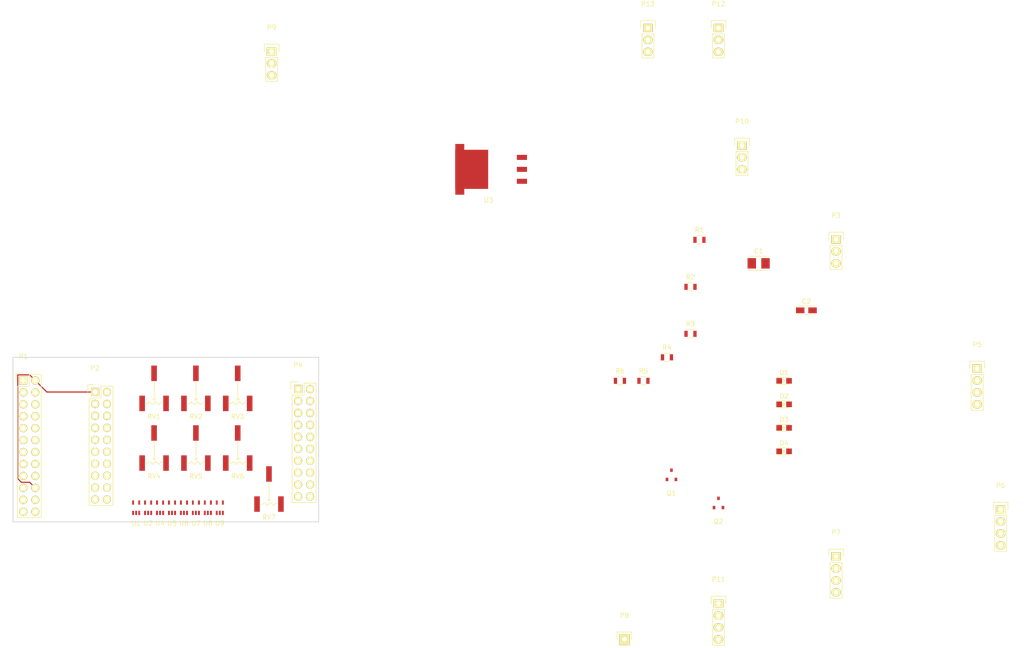
<source format=kicad_pcb>
(kicad_pcb (version 4) (host pcbnew 4.0.1-stable)

  (general
    (links 117)
    (no_connects 116)
    (area 84.479762 18.695 265.108334 193.175)
    (thickness 1.6)
    (drawings 4)
    (tracks 10)
    (zones 0)
    (modules 43)
    (nets 68)
  )

  (page A4)
  (layers
    (0 F.Cu signal)
    (31 B.Cu signal)
    (32 B.Adhes user)
    (33 F.Adhes user)
    (34 B.Paste user)
    (35 F.Paste user)
    (36 B.SilkS user)
    (37 F.SilkS user)
    (38 B.Mask user)
    (39 F.Mask user)
    (40 Dwgs.User user)
    (41 Cmts.User user)
    (42 Eco1.User user)
    (43 Eco2.User user)
    (44 Edge.Cuts user)
    (45 Margin user)
    (46 B.CrtYd user)
    (47 F.CrtYd user)
    (48 B.Fab user)
    (49 F.Fab user)
  )

  (setup
    (last_trace_width 0.25)
    (trace_clearance 0.2)
    (zone_clearance 0.508)
    (zone_45_only no)
    (trace_min 0.2)
    (segment_width 0.2)
    (edge_width 0.15)
    (via_size 0.6)
    (via_drill 0.4)
    (via_min_size 0.4)
    (via_min_drill 0.3)
    (uvia_size 0.3)
    (uvia_drill 0.1)
    (uvias_allowed no)
    (uvia_min_size 0.2)
    (uvia_min_drill 0.1)
    (pcb_text_width 0.3)
    (pcb_text_size 1.5 1.5)
    (mod_edge_width 0.15)
    (mod_text_size 1 1)
    (mod_text_width 0.15)
    (pad_size 1.524 1.524)
    (pad_drill 0.762)
    (pad_to_mask_clearance 0.2)
    (aux_axis_origin 0 0)
    (visible_elements 7FFFFFFF)
    (pcbplotparams
      (layerselection 0x00030_80000001)
      (usegerberextensions false)
      (excludeedgelayer true)
      (linewidth 0.100000)
      (plotframeref false)
      (viasonmask false)
      (mode 1)
      (useauxorigin false)
      (hpglpennumber 1)
      (hpglpenspeed 20)
      (hpglpendiameter 15)
      (hpglpenoverlay 2)
      (psnegative false)
      (psa4output false)
      (plotreference true)
      (plotvalue true)
      (plotinvisibletext false)
      (padsonsilk false)
      (subtractmaskfromsilk false)
      (outputformat 1)
      (mirror false)
      (drillshape 1)
      (scaleselection 1)
      (outputdirectory ""))
  )

  (net 0 "")
  (net 1 GND)
  (net 2 +5V)
  (net 3 +3V3)
  (net 4 "Net-(D1-Pad2)")
  (net 5 "Net-(D1-Pad1)")
  (net 6 "Net-(D2-Pad2)")
  (net 7 "Net-(D2-Pad1)")
  (net 8 "Net-(D3-Pad1)")
  (net 9 "Net-(D4-Pad1)")
  (net 10 "Net-(P1-Pad1)")
  (net 11 "Net-(P1-Pad3)")
  (net 12 "Net-(P1-Pad4)")
  (net 13 "Net-(P1-Pad5)")
  (net 14 "Net-(P1-Pad6)")
  (net 15 "Net-(P1-Pad7)")
  (net 16 "Net-(P1-Pad8)")
  (net 17 "Net-(P1-Pad9)")
  (net 18 "Net-(P1-Pad10)")
  (net 19 "Net-(P1-Pad11)")
  (net 20 "Net-(P1-Pad12)")
  (net 21 "Net-(P1-Pad13)")
  (net 22 "Net-(P1-Pad14)")
  (net 23 "Net-(P1-Pad15)")
  (net 24 "Net-(P1-Pad16)")
  (net 25 "Net-(P1-Pad17)")
  (net 26 "Net-(P1-Pad19)")
  (net 27 "Net-(P1-Pad21)")
  (net 28 "Net-(P1-Pad22)")
  (net 29 "Net-(P1-Pad23)")
  (net 30 "Net-(P1-Pad24)")
  (net 31 "Net-(P2-Pad2)")
  (net 32 "Net-(P2-Pad3)")
  (net 33 "Net-(P2-Pad5)")
  (net 34 "Net-(P2-Pad6)")
  (net 35 "Net-(P2-Pad7)")
  (net 36 "Net-(P2-Pad8)")
  (net 37 "Net-(P2-Pad9)")
  (net 38 "Net-(P2-Pad10)")
  (net 39 "Net-(P2-Pad11)")
  (net 40 "Net-(P2-Pad12)")
  (net 41 "Net-(P2-Pad14)")
  (net 42 "Net-(P2-Pad15)")
  (net 43 "Net-(P2-Pad16)")
  (net 44 "Net-(P2-Pad17)")
  (net 45 "Net-(P2-Pad18)")
  (net 46 "Net-(P2-Pad19)")
  (net 47 "Net-(P2-Pad20)")
  (net 48 "Net-(P4-Pad6)")
  (net 49 "Net-(P4-Pad8)")
  (net 50 "Net-(P4-Pad10)")
  (net 51 "Net-(P4-Pad13)")
  (net 52 "Net-(P4-Pad15)")
  (net 53 "Net-(P4-Pad17)")
  (net 54 "Net-(P4-Pad19)")
  (net 55 "Net-(P4-Pad20)")
  (net 56 "Net-(P5-Pad1)")
  (net 57 "Net-(P5-Pad2)")
  (net 58 "Net-(P5-Pad3)")
  (net 59 "Net-(P5-Pad4)")
  (net 60 "Net-(P9-Pad1)")
  (net 61 "Net-(P10-Pad1)")
  (net 62 "Net-(P11-Pad1)")
  (net 63 "Net-(P11-Pad2)")
  (net 64 "Net-(P11-Pad3)")
  (net 65 "Net-(P11-Pad4)")
  (net 66 "Net-(P12-Pad1)")
  (net 67 "Net-(P13-Pad1)")

  (net_class Default "This is the default net class."
    (clearance 0.2)
    (trace_width 0.25)
    (via_dia 0.6)
    (via_drill 0.4)
    (uvia_dia 0.3)
    (uvia_drill 0.1)
    (add_net +3V3)
    (add_net +5V)
    (add_net GND)
    (add_net "Net-(D1-Pad1)")
    (add_net "Net-(D1-Pad2)")
    (add_net "Net-(D2-Pad1)")
    (add_net "Net-(D2-Pad2)")
    (add_net "Net-(D3-Pad1)")
    (add_net "Net-(D4-Pad1)")
    (add_net "Net-(P1-Pad1)")
    (add_net "Net-(P1-Pad10)")
    (add_net "Net-(P1-Pad11)")
    (add_net "Net-(P1-Pad12)")
    (add_net "Net-(P1-Pad13)")
    (add_net "Net-(P1-Pad14)")
    (add_net "Net-(P1-Pad15)")
    (add_net "Net-(P1-Pad16)")
    (add_net "Net-(P1-Pad17)")
    (add_net "Net-(P1-Pad19)")
    (add_net "Net-(P1-Pad21)")
    (add_net "Net-(P1-Pad22)")
    (add_net "Net-(P1-Pad23)")
    (add_net "Net-(P1-Pad24)")
    (add_net "Net-(P1-Pad3)")
    (add_net "Net-(P1-Pad4)")
    (add_net "Net-(P1-Pad5)")
    (add_net "Net-(P1-Pad6)")
    (add_net "Net-(P1-Pad7)")
    (add_net "Net-(P1-Pad8)")
    (add_net "Net-(P1-Pad9)")
    (add_net "Net-(P10-Pad1)")
    (add_net "Net-(P11-Pad1)")
    (add_net "Net-(P11-Pad2)")
    (add_net "Net-(P11-Pad3)")
    (add_net "Net-(P11-Pad4)")
    (add_net "Net-(P12-Pad1)")
    (add_net "Net-(P13-Pad1)")
    (add_net "Net-(P2-Pad10)")
    (add_net "Net-(P2-Pad11)")
    (add_net "Net-(P2-Pad12)")
    (add_net "Net-(P2-Pad14)")
    (add_net "Net-(P2-Pad15)")
    (add_net "Net-(P2-Pad16)")
    (add_net "Net-(P2-Pad17)")
    (add_net "Net-(P2-Pad18)")
    (add_net "Net-(P2-Pad19)")
    (add_net "Net-(P2-Pad2)")
    (add_net "Net-(P2-Pad20)")
    (add_net "Net-(P2-Pad3)")
    (add_net "Net-(P2-Pad5)")
    (add_net "Net-(P2-Pad6)")
    (add_net "Net-(P2-Pad7)")
    (add_net "Net-(P2-Pad8)")
    (add_net "Net-(P2-Pad9)")
    (add_net "Net-(P4-Pad10)")
    (add_net "Net-(P4-Pad13)")
    (add_net "Net-(P4-Pad15)")
    (add_net "Net-(P4-Pad17)")
    (add_net "Net-(P4-Pad19)")
    (add_net "Net-(P4-Pad20)")
    (add_net "Net-(P4-Pad6)")
    (add_net "Net-(P4-Pad8)")
    (add_net "Net-(P5-Pad1)")
    (add_net "Net-(P5-Pad2)")
    (add_net "Net-(P5-Pad3)")
    (add_net "Net-(P5-Pad4)")
    (add_net "Net-(P9-Pad1)")
  )

  (module Capacitors_Tantalum_SMD:TantalC_SizeB_EIA-3528_Reflow (layer F.Cu) (tedit 555EF748) (tstamp 56FDE507)
    (at 208.54 75)
    (descr "Tantal Cap. , Size B, EIA-3528, Reflow")
    (tags "Tantal Capacitor Size-B EIA-3528 Reflow")
    (path /56FEF857)
    (attr smd)
    (fp_text reference C1 (at 0 -2.6) (layer F.SilkS)
      (effects (font (size 1 1) (thickness 0.15)))
    )
    (fp_text value .47uF (at 0 2.7) (layer F.Fab)
      (effects (font (size 1 1) (thickness 0.15)))
    )
    (fp_line (start 2.7 -1.8) (end -2.7 -1.8) (layer F.CrtYd) (width 0.05))
    (fp_line (start -2.7 -1.8) (end -2.7 1.8) (layer F.CrtYd) (width 0.05))
    (fp_line (start -2.7 1.8) (end 2.7 1.8) (layer F.CrtYd) (width 0.05))
    (fp_line (start 2.7 1.8) (end 2.7 -1.8) (layer F.CrtYd) (width 0.05))
    (fp_line (start 1.8 1.5) (end -2.3 1.5) (layer F.SilkS) (width 0.15))
    (fp_line (start 1.8 -1.5) (end -2.3 -1.5) (layer F.SilkS) (width 0.15))
    (pad 2 smd rect (at 1.46 0) (size 1.8 2.23) (layers F.Cu F.Paste F.Mask)
      (net 1 GND))
    (pad 1 smd rect (at -1.46 0) (size 1.8 2.23) (layers F.Cu F.Paste F.Mask)
      (net 2 +5V))
    (model Capacitors_Tantalum_SMD.3dshapes/TantalC_SizeB_EIA-3528_Reflow.wrl
      (at (xyz 0 0 0))
      (scale (xyz 1 1 1))
      (rotate (xyz 0 0 180))
    )
  )

  (module Capacitors_Tantalum_SMD:TantalC_SizeA_EIA-3216_Reflow (layer F.Cu) (tedit 555EF642) (tstamp 56FDE513)
    (at 218.69 85)
    (descr "Tantal Cap. , Size A, EIA-3216, Reflow")
    (tags "Tantal Capacitor Size-A EIA-3216 reflow")
    (path /56FD0049)
    (attr smd)
    (fp_text reference C2 (at 0 -1.9) (layer F.SilkS)
      (effects (font (size 1 1) (thickness 0.15)))
    )
    (fp_text value 100uF (at 0 2.1) (layer F.Fab)
      (effects (font (size 1 1) (thickness 0.15)))
    )
    (fp_line (start 1.6 0.9) (end -2.1 0.9) (layer F.SilkS) (width 0.15))
    (fp_line (start 1.6 -0.9) (end -2.1 -0.9) (layer F.SilkS) (width 0.15))
    (fp_line (start -2.5 1.2) (end 2.5 1.2) (layer F.CrtYd) (width 0.05))
    (fp_line (start 2.5 1.2) (end 2.5 -1.2) (layer F.CrtYd) (width 0.05))
    (fp_line (start 2.5 -1.2) (end -2.5 -1.2) (layer F.CrtYd) (width 0.05))
    (fp_line (start -2.5 -1.2) (end -2.5 1.2) (layer F.CrtYd) (width 0.05))
    (pad 2 smd rect (at 1.31 0) (size 1.8 1.23) (layers F.Cu F.Paste F.Mask)
      (net 1 GND))
    (pad 1 smd rect (at -1.31 0) (size 1.8 1.23) (layers F.Cu F.Paste F.Mask)
      (net 3 +3V3))
    (model Capacitors_Tantalum_SMD.3dshapes/TantalC_SizeA_EIA-3216_Reflow.wrl
      (at (xyz 0 0 0))
      (scale (xyz 1 1 1))
      (rotate (xyz 0 0 180))
    )
  )

  (module LEDs:LED-0805 (layer F.Cu) (tedit 55BDE1C2) (tstamp 56FDE526)
    (at 213.95098 100)
    (descr "LED 0805 smd package")
    (tags "LED 0805 SMD")
    (path /56F05F2B)
    (attr smd)
    (fp_text reference D1 (at 0 -1.75) (layer F.SilkS)
      (effects (font (size 1 1) (thickness 0.15)))
    )
    (fp_text value YELLOW (at 0 1.75) (layer F.Fab)
      (effects (font (size 1 1) (thickness 0.15)))
    )
    (fp_line (start -1.6 0.75) (end 1.1 0.75) (layer F.SilkS) (width 0.15))
    (fp_line (start -1.6 -0.75) (end 1.1 -0.75) (layer F.SilkS) (width 0.15))
    (fp_line (start -0.1 0.15) (end -0.1 -0.1) (layer F.SilkS) (width 0.15))
    (fp_line (start -0.1 -0.1) (end -0.25 0.05) (layer F.SilkS) (width 0.15))
    (fp_line (start -0.35 -0.35) (end -0.35 0.35) (layer F.SilkS) (width 0.15))
    (fp_line (start 0 0) (end 0.35 0) (layer F.SilkS) (width 0.15))
    (fp_line (start -0.35 0) (end 0 -0.35) (layer F.SilkS) (width 0.15))
    (fp_line (start 0 -0.35) (end 0 0.35) (layer F.SilkS) (width 0.15))
    (fp_line (start 0 0.35) (end -0.35 0) (layer F.SilkS) (width 0.15))
    (fp_line (start 1.9 -0.95) (end 1.9 0.95) (layer F.CrtYd) (width 0.05))
    (fp_line (start 1.9 0.95) (end -1.9 0.95) (layer F.CrtYd) (width 0.05))
    (fp_line (start -1.9 0.95) (end -1.9 -0.95) (layer F.CrtYd) (width 0.05))
    (fp_line (start -1.9 -0.95) (end 1.9 -0.95) (layer F.CrtYd) (width 0.05))
    (pad 2 smd rect (at 1.04902 0 180) (size 1.19888 1.19888) (layers F.Cu F.Paste F.Mask)
      (net 4 "Net-(D1-Pad2)"))
    (pad 1 smd rect (at -1.04902 0 180) (size 1.19888 1.19888) (layers F.Cu F.Paste F.Mask)
      (net 5 "Net-(D1-Pad1)"))
    (model LEDs.3dshapes/LED-0805.wrl
      (at (xyz 0 0 0))
      (scale (xyz 1 1 1))
      (rotate (xyz 0 0 0))
    )
  )

  (module LEDs:LED-0805 (layer F.Cu) (tedit 55BDE1C2) (tstamp 56FDE539)
    (at 213.95098 105.0036)
    (descr "LED 0805 smd package")
    (tags "LED 0805 SMD")
    (path /56F05FA4)
    (attr smd)
    (fp_text reference D2 (at 0 -1.75) (layer F.SilkS)
      (effects (font (size 1 1) (thickness 0.15)))
    )
    (fp_text value RED (at 0 1.75) (layer F.Fab)
      (effects (font (size 1 1) (thickness 0.15)))
    )
    (fp_line (start -1.6 0.75) (end 1.1 0.75) (layer F.SilkS) (width 0.15))
    (fp_line (start -1.6 -0.75) (end 1.1 -0.75) (layer F.SilkS) (width 0.15))
    (fp_line (start -0.1 0.15) (end -0.1 -0.1) (layer F.SilkS) (width 0.15))
    (fp_line (start -0.1 -0.1) (end -0.25 0.05) (layer F.SilkS) (width 0.15))
    (fp_line (start -0.35 -0.35) (end -0.35 0.35) (layer F.SilkS) (width 0.15))
    (fp_line (start 0 0) (end 0.35 0) (layer F.SilkS) (width 0.15))
    (fp_line (start -0.35 0) (end 0 -0.35) (layer F.SilkS) (width 0.15))
    (fp_line (start 0 -0.35) (end 0 0.35) (layer F.SilkS) (width 0.15))
    (fp_line (start 0 0.35) (end -0.35 0) (layer F.SilkS) (width 0.15))
    (fp_line (start 1.9 -0.95) (end 1.9 0.95) (layer F.CrtYd) (width 0.05))
    (fp_line (start 1.9 0.95) (end -1.9 0.95) (layer F.CrtYd) (width 0.05))
    (fp_line (start -1.9 0.95) (end -1.9 -0.95) (layer F.CrtYd) (width 0.05))
    (fp_line (start -1.9 -0.95) (end 1.9 -0.95) (layer F.CrtYd) (width 0.05))
    (pad 2 smd rect (at 1.04902 0 180) (size 1.19888 1.19888) (layers F.Cu F.Paste F.Mask)
      (net 6 "Net-(D2-Pad2)"))
    (pad 1 smd rect (at -1.04902 0 180) (size 1.19888 1.19888) (layers F.Cu F.Paste F.Mask)
      (net 7 "Net-(D2-Pad1)"))
    (model LEDs.3dshapes/LED-0805.wrl
      (at (xyz 0 0 0))
      (scale (xyz 1 1 1))
      (rotate (xyz 0 0 0))
    )
  )

  (module LEDs:LED-0805 (layer F.Cu) (tedit 55BDE1C2) (tstamp 56FDE54C)
    (at 213.95098 110)
    (descr "LED 0805 smd package")
    (tags "LED 0805 SMD")
    (path /56F051EE)
    (attr smd)
    (fp_text reference D3 (at 0 -1.75) (layer F.SilkS)
      (effects (font (size 1 1) (thickness 0.15)))
    )
    (fp_text value GREEN (at 0 1.75) (layer F.Fab)
      (effects (font (size 1 1) (thickness 0.15)))
    )
    (fp_line (start -1.6 0.75) (end 1.1 0.75) (layer F.SilkS) (width 0.15))
    (fp_line (start -1.6 -0.75) (end 1.1 -0.75) (layer F.SilkS) (width 0.15))
    (fp_line (start -0.1 0.15) (end -0.1 -0.1) (layer F.SilkS) (width 0.15))
    (fp_line (start -0.1 -0.1) (end -0.25 0.05) (layer F.SilkS) (width 0.15))
    (fp_line (start -0.35 -0.35) (end -0.35 0.35) (layer F.SilkS) (width 0.15))
    (fp_line (start 0 0) (end 0.35 0) (layer F.SilkS) (width 0.15))
    (fp_line (start -0.35 0) (end 0 -0.35) (layer F.SilkS) (width 0.15))
    (fp_line (start 0 -0.35) (end 0 0.35) (layer F.SilkS) (width 0.15))
    (fp_line (start 0 0.35) (end -0.35 0) (layer F.SilkS) (width 0.15))
    (fp_line (start 1.9 -0.95) (end 1.9 0.95) (layer F.CrtYd) (width 0.05))
    (fp_line (start 1.9 0.95) (end -1.9 0.95) (layer F.CrtYd) (width 0.05))
    (fp_line (start -1.9 0.95) (end -1.9 -0.95) (layer F.CrtYd) (width 0.05))
    (fp_line (start -1.9 -0.95) (end 1.9 -0.95) (layer F.CrtYd) (width 0.05))
    (pad 2 smd rect (at 1.04902 0 180) (size 1.19888 1.19888) (layers F.Cu F.Paste F.Mask)
      (net 2 +5V))
    (pad 1 smd rect (at -1.04902 0 180) (size 1.19888 1.19888) (layers F.Cu F.Paste F.Mask)
      (net 8 "Net-(D3-Pad1)"))
    (model LEDs.3dshapes/LED-0805.wrl
      (at (xyz 0 0 0))
      (scale (xyz 1 1 1))
      (rotate (xyz 0 0 0))
    )
  )

  (module LEDs:LED-0805 (layer F.Cu) (tedit 55BDE1C2) (tstamp 56FDE55F)
    (at 213.95098 115)
    (descr "LED 0805 smd package")
    (tags "LED 0805 SMD")
    (path /56F0545D)
    (attr smd)
    (fp_text reference D4 (at 0 -1.75) (layer F.SilkS)
      (effects (font (size 1 1) (thickness 0.15)))
    )
    (fp_text value GREEN (at 0 1.75) (layer F.Fab)
      (effects (font (size 1 1) (thickness 0.15)))
    )
    (fp_line (start -1.6 0.75) (end 1.1 0.75) (layer F.SilkS) (width 0.15))
    (fp_line (start -1.6 -0.75) (end 1.1 -0.75) (layer F.SilkS) (width 0.15))
    (fp_line (start -0.1 0.15) (end -0.1 -0.1) (layer F.SilkS) (width 0.15))
    (fp_line (start -0.1 -0.1) (end -0.25 0.05) (layer F.SilkS) (width 0.15))
    (fp_line (start -0.35 -0.35) (end -0.35 0.35) (layer F.SilkS) (width 0.15))
    (fp_line (start 0 0) (end 0.35 0) (layer F.SilkS) (width 0.15))
    (fp_line (start -0.35 0) (end 0 -0.35) (layer F.SilkS) (width 0.15))
    (fp_line (start 0 -0.35) (end 0 0.35) (layer F.SilkS) (width 0.15))
    (fp_line (start 0 0.35) (end -0.35 0) (layer F.SilkS) (width 0.15))
    (fp_line (start 1.9 -0.95) (end 1.9 0.95) (layer F.CrtYd) (width 0.05))
    (fp_line (start 1.9 0.95) (end -1.9 0.95) (layer F.CrtYd) (width 0.05))
    (fp_line (start -1.9 0.95) (end -1.9 -0.95) (layer F.CrtYd) (width 0.05))
    (fp_line (start -1.9 -0.95) (end 1.9 -0.95) (layer F.CrtYd) (width 0.05))
    (pad 2 smd rect (at 1.04902 0 180) (size 1.19888 1.19888) (layers F.Cu F.Paste F.Mask)
      (net 3 +3V3))
    (pad 1 smd rect (at -1.04902 0 180) (size 1.19888 1.19888) (layers F.Cu F.Paste F.Mask)
      (net 9 "Net-(D4-Pad1)"))
    (model LEDs.3dshapes/LED-0805.wrl
      (at (xyz 0 0 0))
      (scale (xyz 1 1 1))
      (rotate (xyz 0 0 0))
    )
  )

  (module Pin_Headers:Pin_Header_Straight_2x12 (layer F.Cu) (tedit 0) (tstamp 56FDE587)
    (at 52.21 99.92)
    (descr "Through hole pin header")
    (tags "pin header")
    (path /56EEBD62)
    (fp_text reference P1 (at 0 -5.1) (layer F.SilkS)
      (effects (font (size 1 1) (thickness 0.15)))
    )
    (fp_text value CONN_02X12 (at 0 -3.1) (layer F.Fab)
      (effects (font (size 1 1) (thickness 0.15)))
    )
    (fp_line (start -1.75 -1.75) (end -1.75 29.7) (layer F.CrtYd) (width 0.05))
    (fp_line (start 4.3 -1.75) (end 4.3 29.7) (layer F.CrtYd) (width 0.05))
    (fp_line (start -1.75 -1.75) (end 4.3 -1.75) (layer F.CrtYd) (width 0.05))
    (fp_line (start -1.75 29.7) (end 4.3 29.7) (layer F.CrtYd) (width 0.05))
    (fp_line (start 3.81 29.21) (end 3.81 -1.27) (layer F.SilkS) (width 0.15))
    (fp_line (start -1.27 1.27) (end -1.27 29.21) (layer F.SilkS) (width 0.15))
    (fp_line (start 3.81 29.21) (end -1.27 29.21) (layer F.SilkS) (width 0.15))
    (fp_line (start 3.81 -1.27) (end 1.27 -1.27) (layer F.SilkS) (width 0.15))
    (fp_line (start 0 -1.55) (end -1.55 -1.55) (layer F.SilkS) (width 0.15))
    (fp_line (start 1.27 -1.27) (end 1.27 1.27) (layer F.SilkS) (width 0.15))
    (fp_line (start 1.27 1.27) (end -1.27 1.27) (layer F.SilkS) (width 0.15))
    (fp_line (start -1.55 -1.55) (end -1.55 0) (layer F.SilkS) (width 0.15))
    (pad 1 thru_hole rect (at 0 0) (size 1.7272 1.7272) (drill 1.016) (layers *.Cu *.Mask F.SilkS)
      (net 10 "Net-(P1-Pad1)"))
    (pad 2 thru_hole oval (at 2.54 0) (size 1.7272 1.7272) (drill 1.016) (layers *.Cu *.Mask F.SilkS)
      (net 3 +3V3))
    (pad 3 thru_hole oval (at 0 2.54) (size 1.7272 1.7272) (drill 1.016) (layers *.Cu *.Mask F.SilkS)
      (net 11 "Net-(P1-Pad3)"))
    (pad 4 thru_hole oval (at 2.54 2.54) (size 1.7272 1.7272) (drill 1.016) (layers *.Cu *.Mask F.SilkS)
      (net 12 "Net-(P1-Pad4)"))
    (pad 5 thru_hole oval (at 0 5.08) (size 1.7272 1.7272) (drill 1.016) (layers *.Cu *.Mask F.SilkS)
      (net 13 "Net-(P1-Pad5)"))
    (pad 6 thru_hole oval (at 2.54 5.08) (size 1.7272 1.7272) (drill 1.016) (layers *.Cu *.Mask F.SilkS)
      (net 14 "Net-(P1-Pad6)"))
    (pad 7 thru_hole oval (at 0 7.62) (size 1.7272 1.7272) (drill 1.016) (layers *.Cu *.Mask F.SilkS)
      (net 15 "Net-(P1-Pad7)"))
    (pad 8 thru_hole oval (at 2.54 7.62) (size 1.7272 1.7272) (drill 1.016) (layers *.Cu *.Mask F.SilkS)
      (net 16 "Net-(P1-Pad8)"))
    (pad 9 thru_hole oval (at 0 10.16) (size 1.7272 1.7272) (drill 1.016) (layers *.Cu *.Mask F.SilkS)
      (net 17 "Net-(P1-Pad9)"))
    (pad 10 thru_hole oval (at 2.54 10.16) (size 1.7272 1.7272) (drill 1.016) (layers *.Cu *.Mask F.SilkS)
      (net 18 "Net-(P1-Pad10)"))
    (pad 11 thru_hole oval (at 0 12.7) (size 1.7272 1.7272) (drill 1.016) (layers *.Cu *.Mask F.SilkS)
      (net 19 "Net-(P1-Pad11)"))
    (pad 12 thru_hole oval (at 2.54 12.7) (size 1.7272 1.7272) (drill 1.016) (layers *.Cu *.Mask F.SilkS)
      (net 20 "Net-(P1-Pad12)"))
    (pad 13 thru_hole oval (at 0 15.24) (size 1.7272 1.7272) (drill 1.016) (layers *.Cu *.Mask F.SilkS)
      (net 21 "Net-(P1-Pad13)"))
    (pad 14 thru_hole oval (at 2.54 15.24) (size 1.7272 1.7272) (drill 1.016) (layers *.Cu *.Mask F.SilkS)
      (net 22 "Net-(P1-Pad14)"))
    (pad 15 thru_hole oval (at 0 17.78) (size 1.7272 1.7272) (drill 1.016) (layers *.Cu *.Mask F.SilkS)
      (net 23 "Net-(P1-Pad15)"))
    (pad 16 thru_hole oval (at 2.54 17.78) (size 1.7272 1.7272) (drill 1.016) (layers *.Cu *.Mask F.SilkS)
      (net 24 "Net-(P1-Pad16)"))
    (pad 17 thru_hole oval (at 0 20.32) (size 1.7272 1.7272) (drill 1.016) (layers *.Cu *.Mask F.SilkS)
      (net 25 "Net-(P1-Pad17)"))
    (pad 18 thru_hole oval (at 2.54 20.32) (size 1.7272 1.7272) (drill 1.016) (layers *.Cu *.Mask F.SilkS)
      (net 2 +5V))
    (pad 19 thru_hole oval (at 0 22.86) (size 1.7272 1.7272) (drill 1.016) (layers *.Cu *.Mask F.SilkS)
      (net 26 "Net-(P1-Pad19)"))
    (pad 20 thru_hole oval (at 2.54 22.86) (size 1.7272 1.7272) (drill 1.016) (layers *.Cu *.Mask F.SilkS)
      (net 3 +3V3))
    (pad 21 thru_hole oval (at 0 25.4) (size 1.7272 1.7272) (drill 1.016) (layers *.Cu *.Mask F.SilkS)
      (net 27 "Net-(P1-Pad21)"))
    (pad 22 thru_hole oval (at 2.54 25.4) (size 1.7272 1.7272) (drill 1.016) (layers *.Cu *.Mask F.SilkS)
      (net 28 "Net-(P1-Pad22)"))
    (pad 23 thru_hole oval (at 0 27.94) (size 1.7272 1.7272) (drill 1.016) (layers *.Cu *.Mask F.SilkS)
      (net 29 "Net-(P1-Pad23)"))
    (pad 24 thru_hole oval (at 2.54 27.94) (size 1.7272 1.7272) (drill 1.016) (layers *.Cu *.Mask F.SilkS)
      (net 30 "Net-(P1-Pad24)"))
    (model Pin_Headers.3dshapes/Pin_Header_Straight_2x12.wrl
      (at (xyz 0.05 -0.55 0))
      (scale (xyz 1 1 1))
      (rotate (xyz 0 0 90))
    )
  )

  (module Pin_Headers:Pin_Header_Straight_2x10 (layer F.Cu) (tedit 0) (tstamp 56FDE5AB)
    (at 67.46 102.38)
    (descr "Through hole pin header")
    (tags "pin header")
    (path /56F04B44)
    (fp_text reference P2 (at 0 -5.1) (layer F.SilkS)
      (effects (font (size 1 1) (thickness 0.15)))
    )
    (fp_text value CONN_02X10 (at 0 -3.1) (layer F.Fab)
      (effects (font (size 1 1) (thickness 0.15)))
    )
    (fp_line (start -1.75 -1.75) (end -1.75 24.65) (layer F.CrtYd) (width 0.05))
    (fp_line (start 4.3 -1.75) (end 4.3 24.65) (layer F.CrtYd) (width 0.05))
    (fp_line (start -1.75 -1.75) (end 4.3 -1.75) (layer F.CrtYd) (width 0.05))
    (fp_line (start -1.75 24.65) (end 4.3 24.65) (layer F.CrtYd) (width 0.05))
    (fp_line (start 3.81 24.13) (end 3.81 -1.27) (layer F.SilkS) (width 0.15))
    (fp_line (start -1.27 1.27) (end -1.27 24.13) (layer F.SilkS) (width 0.15))
    (fp_line (start 3.81 24.13) (end -1.27 24.13) (layer F.SilkS) (width 0.15))
    (fp_line (start 3.81 -1.27) (end 1.27 -1.27) (layer F.SilkS) (width 0.15))
    (fp_line (start 0 -1.55) (end -1.55 -1.55) (layer F.SilkS) (width 0.15))
    (fp_line (start 1.27 -1.27) (end 1.27 1.27) (layer F.SilkS) (width 0.15))
    (fp_line (start 1.27 1.27) (end -1.27 1.27) (layer F.SilkS) (width 0.15))
    (fp_line (start -1.55 -1.55) (end -1.55 0) (layer F.SilkS) (width 0.15))
    (pad 1 thru_hole rect (at 0 0) (size 1.7272 1.7272) (drill 1.016) (layers *.Cu *.Mask F.SilkS)
      (net 3 +3V3))
    (pad 2 thru_hole oval (at 2.54 0) (size 1.7272 1.7272) (drill 1.016) (layers *.Cu *.Mask F.SilkS)
      (net 31 "Net-(P2-Pad2)"))
    (pad 3 thru_hole oval (at 0 2.54) (size 1.7272 1.7272) (drill 1.016) (layers *.Cu *.Mask F.SilkS)
      (net 32 "Net-(P2-Pad3)"))
    (pad 4 thru_hole oval (at 2.54 2.54) (size 1.7272 1.7272) (drill 1.016) (layers *.Cu *.Mask F.SilkS)
      (net 1 GND))
    (pad 5 thru_hole oval (at 0 5.08) (size 1.7272 1.7272) (drill 1.016) (layers *.Cu *.Mask F.SilkS)
      (net 33 "Net-(P2-Pad5)"))
    (pad 6 thru_hole oval (at 2.54 5.08) (size 1.7272 1.7272) (drill 1.016) (layers *.Cu *.Mask F.SilkS)
      (net 34 "Net-(P2-Pad6)"))
    (pad 7 thru_hole oval (at 0 7.62) (size 1.7272 1.7272) (drill 1.016) (layers *.Cu *.Mask F.SilkS)
      (net 35 "Net-(P2-Pad7)"))
    (pad 8 thru_hole oval (at 2.54 7.62) (size 1.7272 1.7272) (drill 1.016) (layers *.Cu *.Mask F.SilkS)
      (net 36 "Net-(P2-Pad8)"))
    (pad 9 thru_hole oval (at 0 10.16) (size 1.7272 1.7272) (drill 1.016) (layers *.Cu *.Mask F.SilkS)
      (net 37 "Net-(P2-Pad9)"))
    (pad 10 thru_hole oval (at 2.54 10.16) (size 1.7272 1.7272) (drill 1.016) (layers *.Cu *.Mask F.SilkS)
      (net 38 "Net-(P2-Pad10)"))
    (pad 11 thru_hole oval (at 0 12.7) (size 1.7272 1.7272) (drill 1.016) (layers *.Cu *.Mask F.SilkS)
      (net 39 "Net-(P2-Pad11)"))
    (pad 12 thru_hole oval (at 2.54 12.7) (size 1.7272 1.7272) (drill 1.016) (layers *.Cu *.Mask F.SilkS)
      (net 40 "Net-(P2-Pad12)"))
    (pad 13 thru_hole oval (at 0 15.24) (size 1.7272 1.7272) (drill 1.016) (layers *.Cu *.Mask F.SilkS)
      (net 10 "Net-(P1-Pad1)"))
    (pad 14 thru_hole oval (at 2.54 15.24) (size 1.7272 1.7272) (drill 1.016) (layers *.Cu *.Mask F.SilkS)
      (net 41 "Net-(P2-Pad14)"))
    (pad 15 thru_hole oval (at 0 17.78) (size 1.7272 1.7272) (drill 1.016) (layers *.Cu *.Mask F.SilkS)
      (net 42 "Net-(P2-Pad15)"))
    (pad 16 thru_hole oval (at 2.54 17.78) (size 1.7272 1.7272) (drill 1.016) (layers *.Cu *.Mask F.SilkS)
      (net 43 "Net-(P2-Pad16)"))
    (pad 17 thru_hole oval (at 0 20.32) (size 1.7272 1.7272) (drill 1.016) (layers *.Cu *.Mask F.SilkS)
      (net 44 "Net-(P2-Pad17)"))
    (pad 18 thru_hole oval (at 2.54 20.32) (size 1.7272 1.7272) (drill 1.016) (layers *.Cu *.Mask F.SilkS)
      (net 45 "Net-(P2-Pad18)"))
    (pad 19 thru_hole oval (at 0 22.86) (size 1.7272 1.7272) (drill 1.016) (layers *.Cu *.Mask F.SilkS)
      (net 46 "Net-(P2-Pad19)"))
    (pad 20 thru_hole oval (at 2.54 22.86) (size 1.7272 1.7272) (drill 1.016) (layers *.Cu *.Mask F.SilkS)
      (net 47 "Net-(P2-Pad20)"))
    (model Pin_Headers.3dshapes/Pin_Header_Straight_2x10.wrl
      (at (xyz 0.05 -0.45 0))
      (scale (xyz 1 1 1))
      (rotate (xyz 0 0 90))
    )
  )

  (module Pin_Headers:Pin_Header_Straight_1x03 (layer F.Cu) (tedit 0) (tstamp 56FDE5BD)
    (at 225 69.92)
    (descr "Through hole pin header")
    (tags "pin header")
    (path /56FC81E5)
    (fp_text reference P3 (at 0 -5.1) (layer F.SilkS)
      (effects (font (size 1 1) (thickness 0.15)))
    )
    (fp_text value CONN_01X03 (at 0 -3.1) (layer F.Fab)
      (effects (font (size 1 1) (thickness 0.15)))
    )
    (fp_line (start -1.75 -1.75) (end -1.75 6.85) (layer F.CrtYd) (width 0.05))
    (fp_line (start 1.75 -1.75) (end 1.75 6.85) (layer F.CrtYd) (width 0.05))
    (fp_line (start -1.75 -1.75) (end 1.75 -1.75) (layer F.CrtYd) (width 0.05))
    (fp_line (start -1.75 6.85) (end 1.75 6.85) (layer F.CrtYd) (width 0.05))
    (fp_line (start -1.27 1.27) (end -1.27 6.35) (layer F.SilkS) (width 0.15))
    (fp_line (start -1.27 6.35) (end 1.27 6.35) (layer F.SilkS) (width 0.15))
    (fp_line (start 1.27 6.35) (end 1.27 1.27) (layer F.SilkS) (width 0.15))
    (fp_line (start 1.55 -1.55) (end 1.55 0) (layer F.SilkS) (width 0.15))
    (fp_line (start 1.27 1.27) (end -1.27 1.27) (layer F.SilkS) (width 0.15))
    (fp_line (start -1.55 0) (end -1.55 -1.55) (layer F.SilkS) (width 0.15))
    (fp_line (start -1.55 -1.55) (end 1.55 -1.55) (layer F.SilkS) (width 0.15))
    (pad 1 thru_hole rect (at 0 0) (size 2.032 1.7272) (drill 1.016) (layers *.Cu *.Mask F.SilkS)
      (net 45 "Net-(P2-Pad18)"))
    (pad 2 thru_hole oval (at 0 2.54) (size 2.032 1.7272) (drill 1.016) (layers *.Cu *.Mask F.SilkS)
      (net 43 "Net-(P2-Pad16)"))
    (pad 3 thru_hole oval (at 0 5.08) (size 2.032 1.7272) (drill 1.016) (layers *.Cu *.Mask F.SilkS)
      (net 41 "Net-(P2-Pad14)"))
    (model Pin_Headers.3dshapes/Pin_Header_Straight_1x03.wrl
      (at (xyz 0 -0.1 0))
      (scale (xyz 1 1 1))
      (rotate (xyz 0 0 90))
    )
  )

  (module Pin_Headers:Pin_Header_Straight_2x10 (layer F.Cu) (tedit 0) (tstamp 56FDE5E1)
    (at 110.63 101.75)
    (descr "Through hole pin header")
    (tags "pin header")
    (path /56F04BCF)
    (fp_text reference P4 (at 0 -5.1) (layer F.SilkS)
      (effects (font (size 1 1) (thickness 0.15)))
    )
    (fp_text value CONN_02X10 (at 0 -3.1) (layer F.Fab)
      (effects (font (size 1 1) (thickness 0.15)))
    )
    (fp_line (start -1.75 -1.75) (end -1.75 24.65) (layer F.CrtYd) (width 0.05))
    (fp_line (start 4.3 -1.75) (end 4.3 24.65) (layer F.CrtYd) (width 0.05))
    (fp_line (start -1.75 -1.75) (end 4.3 -1.75) (layer F.CrtYd) (width 0.05))
    (fp_line (start -1.75 24.65) (end 4.3 24.65) (layer F.CrtYd) (width 0.05))
    (fp_line (start 3.81 24.13) (end 3.81 -1.27) (layer F.SilkS) (width 0.15))
    (fp_line (start -1.27 1.27) (end -1.27 24.13) (layer F.SilkS) (width 0.15))
    (fp_line (start 3.81 24.13) (end -1.27 24.13) (layer F.SilkS) (width 0.15))
    (fp_line (start 3.81 -1.27) (end 1.27 -1.27) (layer F.SilkS) (width 0.15))
    (fp_line (start 0 -1.55) (end -1.55 -1.55) (layer F.SilkS) (width 0.15))
    (fp_line (start 1.27 -1.27) (end 1.27 1.27) (layer F.SilkS) (width 0.15))
    (fp_line (start 1.27 1.27) (end -1.27 1.27) (layer F.SilkS) (width 0.15))
    (fp_line (start -1.55 -1.55) (end -1.55 0) (layer F.SilkS) (width 0.15))
    (pad 1 thru_hole rect (at 0 0) (size 1.7272 1.7272) (drill 1.016) (layers *.Cu *.Mask F.SilkS)
      (net 14 "Net-(P1-Pad6)"))
    (pad 2 thru_hole oval (at 2.54 0) (size 1.7272 1.7272) (drill 1.016) (layers *.Cu *.Mask F.SilkS)
      (net 1 GND))
    (pad 3 thru_hole oval (at 0 2.54) (size 1.7272 1.7272) (drill 1.016) (layers *.Cu *.Mask F.SilkS)
      (net 16 "Net-(P1-Pad8)"))
    (pad 4 thru_hole oval (at 2.54 2.54) (size 1.7272 1.7272) (drill 1.016) (layers *.Cu *.Mask F.SilkS)
      (net 15 "Net-(P1-Pad7)"))
    (pad 5 thru_hole oval (at 0 5.08) (size 1.7272 1.7272) (drill 1.016) (layers *.Cu *.Mask F.SilkS)
      (net 18 "Net-(P1-Pad10)"))
    (pad 6 thru_hole oval (at 2.54 5.08) (size 1.7272 1.7272) (drill 1.016) (layers *.Cu *.Mask F.SilkS)
      (net 48 "Net-(P4-Pad6)"))
    (pad 7 thru_hole oval (at 0 7.62) (size 1.7272 1.7272) (drill 1.016) (layers *.Cu *.Mask F.SilkS)
      (net 20 "Net-(P1-Pad12)"))
    (pad 8 thru_hole oval (at 2.54 7.62) (size 1.7272 1.7272) (drill 1.016) (layers *.Cu *.Mask F.SilkS)
      (net 49 "Net-(P4-Pad8)"))
    (pad 9 thru_hole oval (at 0 10.16) (size 1.7272 1.7272) (drill 1.016) (layers *.Cu *.Mask F.SilkS)
      (net 22 "Net-(P1-Pad14)"))
    (pad 10 thru_hole oval (at 2.54 10.16) (size 1.7272 1.7272) (drill 1.016) (layers *.Cu *.Mask F.SilkS)
      (net 50 "Net-(P4-Pad10)"))
    (pad 11 thru_hole oval (at 0 12.7) (size 1.7272 1.7272) (drill 1.016) (layers *.Cu *.Mask F.SilkS)
      (net 24 "Net-(P1-Pad16)"))
    (pad 12 thru_hole oval (at 2.54 12.7) (size 1.7272 1.7272) (drill 1.016) (layers *.Cu *.Mask F.SilkS)
      (net 13 "Net-(P1-Pad5)"))
    (pad 13 thru_hole oval (at 0 15.24) (size 1.7272 1.7272) (drill 1.016) (layers *.Cu *.Mask F.SilkS)
      (net 51 "Net-(P4-Pad13)"))
    (pad 14 thru_hole oval (at 2.54 15.24) (size 1.7272 1.7272) (drill 1.016) (layers *.Cu *.Mask F.SilkS)
      (net 11 "Net-(P1-Pad3)"))
    (pad 15 thru_hole oval (at 0 17.78) (size 1.7272 1.7272) (drill 1.016) (layers *.Cu *.Mask F.SilkS)
      (net 52 "Net-(P4-Pad15)"))
    (pad 16 thru_hole oval (at 2.54 17.78) (size 1.7272 1.7272) (drill 1.016) (layers *.Cu *.Mask F.SilkS)
      (net 12 "Net-(P1-Pad4)"))
    (pad 17 thru_hole oval (at 0 20.32) (size 1.7272 1.7272) (drill 1.016) (layers *.Cu *.Mask F.SilkS)
      (net 53 "Net-(P4-Pad17)"))
    (pad 18 thru_hole oval (at 2.54 20.32) (size 1.7272 1.7272) (drill 1.016) (layers *.Cu *.Mask F.SilkS)
      (net 21 "Net-(P1-Pad13)"))
    (pad 19 thru_hole oval (at 0 22.86) (size 1.7272 1.7272) (drill 1.016) (layers *.Cu *.Mask F.SilkS)
      (net 54 "Net-(P4-Pad19)"))
    (pad 20 thru_hole oval (at 2.54 22.86) (size 1.7272 1.7272) (drill 1.016) (layers *.Cu *.Mask F.SilkS)
      (net 55 "Net-(P4-Pad20)"))
    (model Pin_Headers.3dshapes/Pin_Header_Straight_2x10.wrl
      (at (xyz 0.05 -0.45 0))
      (scale (xyz 1 1 1))
      (rotate (xyz 0 0 90))
    )
  )

  (module Pin_Headers:Pin_Header_Straight_1x04 (layer F.Cu) (tedit 0) (tstamp 56FDE5F4)
    (at 255 97.38)
    (descr "Through hole pin header")
    (tags "pin header")
    (path /56FC95E7)
    (fp_text reference P5 (at 0 -5.1) (layer F.SilkS)
      (effects (font (size 1 1) (thickness 0.15)))
    )
    (fp_text value CONN_01X04 (at 0 -3.1) (layer F.Fab)
      (effects (font (size 1 1) (thickness 0.15)))
    )
    (fp_line (start -1.75 -1.75) (end -1.75 9.4) (layer F.CrtYd) (width 0.05))
    (fp_line (start 1.75 -1.75) (end 1.75 9.4) (layer F.CrtYd) (width 0.05))
    (fp_line (start -1.75 -1.75) (end 1.75 -1.75) (layer F.CrtYd) (width 0.05))
    (fp_line (start -1.75 9.4) (end 1.75 9.4) (layer F.CrtYd) (width 0.05))
    (fp_line (start -1.27 1.27) (end -1.27 8.89) (layer F.SilkS) (width 0.15))
    (fp_line (start 1.27 1.27) (end 1.27 8.89) (layer F.SilkS) (width 0.15))
    (fp_line (start 1.55 -1.55) (end 1.55 0) (layer F.SilkS) (width 0.15))
    (fp_line (start -1.27 8.89) (end 1.27 8.89) (layer F.SilkS) (width 0.15))
    (fp_line (start 1.27 1.27) (end -1.27 1.27) (layer F.SilkS) (width 0.15))
    (fp_line (start -1.55 0) (end -1.55 -1.55) (layer F.SilkS) (width 0.15))
    (fp_line (start -1.55 -1.55) (end 1.55 -1.55) (layer F.SilkS) (width 0.15))
    (pad 1 thru_hole rect (at 0 0) (size 2.032 1.7272) (drill 1.016) (layers *.Cu *.Mask F.SilkS)
      (net 56 "Net-(P5-Pad1)"))
    (pad 2 thru_hole oval (at 0 2.54) (size 2.032 1.7272) (drill 1.016) (layers *.Cu *.Mask F.SilkS)
      (net 57 "Net-(P5-Pad2)"))
    (pad 3 thru_hole oval (at 0 5.08) (size 2.032 1.7272) (drill 1.016) (layers *.Cu *.Mask F.SilkS)
      (net 58 "Net-(P5-Pad3)"))
    (pad 4 thru_hole oval (at 0 7.62) (size 2.032 1.7272) (drill 1.016) (layers *.Cu *.Mask F.SilkS)
      (net 59 "Net-(P5-Pad4)"))
    (model Pin_Headers.3dshapes/Pin_Header_Straight_1x04.wrl
      (at (xyz 0 -0.15 0))
      (scale (xyz 1 1 1))
      (rotate (xyz 0 0 90))
    )
  )

  (module Pin_Headers:Pin_Header_Straight_1x04 (layer F.Cu) (tedit 0) (tstamp 56FDE607)
    (at 260 127.38)
    (descr "Through hole pin header")
    (tags "pin header")
    (path /56F06164)
    (fp_text reference P6 (at 0 -5.1) (layer F.SilkS)
      (effects (font (size 1 1) (thickness 0.15)))
    )
    (fp_text value CONN_01X04 (at 0 -3.1) (layer F.Fab)
      (effects (font (size 1 1) (thickness 0.15)))
    )
    (fp_line (start -1.75 -1.75) (end -1.75 9.4) (layer F.CrtYd) (width 0.05))
    (fp_line (start 1.75 -1.75) (end 1.75 9.4) (layer F.CrtYd) (width 0.05))
    (fp_line (start -1.75 -1.75) (end 1.75 -1.75) (layer F.CrtYd) (width 0.05))
    (fp_line (start -1.75 9.4) (end 1.75 9.4) (layer F.CrtYd) (width 0.05))
    (fp_line (start -1.27 1.27) (end -1.27 8.89) (layer F.SilkS) (width 0.15))
    (fp_line (start 1.27 1.27) (end 1.27 8.89) (layer F.SilkS) (width 0.15))
    (fp_line (start 1.55 -1.55) (end 1.55 0) (layer F.SilkS) (width 0.15))
    (fp_line (start -1.27 8.89) (end 1.27 8.89) (layer F.SilkS) (width 0.15))
    (fp_line (start 1.27 1.27) (end -1.27 1.27) (layer F.SilkS) (width 0.15))
    (fp_line (start -1.55 0) (end -1.55 -1.55) (layer F.SilkS) (width 0.15))
    (fp_line (start -1.55 -1.55) (end 1.55 -1.55) (layer F.SilkS) (width 0.15))
    (pad 1 thru_hole rect (at 0 0) (size 2.032 1.7272) (drill 1.016) (layers *.Cu *.Mask F.SilkS)
      (net 3 +3V3))
    (pad 2 thru_hole oval (at 0 2.54) (size 2.032 1.7272) (drill 1.016) (layers *.Cu *.Mask F.SilkS)
      (net 3 +3V3))
    (pad 3 thru_hole oval (at 0 5.08) (size 2.032 1.7272) (drill 1.016) (layers *.Cu *.Mask F.SilkS)
      (net 3 +3V3))
    (pad 4 thru_hole oval (at 0 7.62) (size 2.032 1.7272) (drill 1.016) (layers *.Cu *.Mask F.SilkS)
      (net 3 +3V3))
    (model Pin_Headers.3dshapes/Pin_Header_Straight_1x04.wrl
      (at (xyz 0 -0.15 0))
      (scale (xyz 1 1 1))
      (rotate (xyz 0 0 90))
    )
  )

  (module Pin_Headers:Pin_Header_Straight_1x04 (layer F.Cu) (tedit 0) (tstamp 56FDE61A)
    (at 225 137.38)
    (descr "Through hole pin header")
    (tags "pin header")
    (path /56F061D9)
    (fp_text reference P7 (at 0 -5.1) (layer F.SilkS)
      (effects (font (size 1 1) (thickness 0.15)))
    )
    (fp_text value CONN_01X04 (at 0 -3.1) (layer F.Fab)
      (effects (font (size 1 1) (thickness 0.15)))
    )
    (fp_line (start -1.75 -1.75) (end -1.75 9.4) (layer F.CrtYd) (width 0.05))
    (fp_line (start 1.75 -1.75) (end 1.75 9.4) (layer F.CrtYd) (width 0.05))
    (fp_line (start -1.75 -1.75) (end 1.75 -1.75) (layer F.CrtYd) (width 0.05))
    (fp_line (start -1.75 9.4) (end 1.75 9.4) (layer F.CrtYd) (width 0.05))
    (fp_line (start -1.27 1.27) (end -1.27 8.89) (layer F.SilkS) (width 0.15))
    (fp_line (start 1.27 1.27) (end 1.27 8.89) (layer F.SilkS) (width 0.15))
    (fp_line (start 1.55 -1.55) (end 1.55 0) (layer F.SilkS) (width 0.15))
    (fp_line (start -1.27 8.89) (end 1.27 8.89) (layer F.SilkS) (width 0.15))
    (fp_line (start 1.27 1.27) (end -1.27 1.27) (layer F.SilkS) (width 0.15))
    (fp_line (start -1.55 0) (end -1.55 -1.55) (layer F.SilkS) (width 0.15))
    (fp_line (start -1.55 -1.55) (end 1.55 -1.55) (layer F.SilkS) (width 0.15))
    (pad 1 thru_hole rect (at 0 0) (size 2.032 1.7272) (drill 1.016) (layers *.Cu *.Mask F.SilkS)
      (net 1 GND))
    (pad 2 thru_hole oval (at 0 2.54) (size 2.032 1.7272) (drill 1.016) (layers *.Cu *.Mask F.SilkS)
      (net 1 GND))
    (pad 3 thru_hole oval (at 0 5.08) (size 2.032 1.7272) (drill 1.016) (layers *.Cu *.Mask F.SilkS)
      (net 1 GND))
    (pad 4 thru_hole oval (at 0 7.62) (size 2.032 1.7272) (drill 1.016) (layers *.Cu *.Mask F.SilkS)
      (net 1 GND))
    (model Pin_Headers.3dshapes/Pin_Header_Straight_1x04.wrl
      (at (xyz 0 -0.15 0))
      (scale (xyz 1 1 1))
      (rotate (xyz 0 0 90))
    )
  )

  (module Pin_Headers:Pin_Header_Straight_1x01 (layer F.Cu) (tedit 54EA08DC) (tstamp 56FDE627)
    (at 180 155)
    (descr "Through hole pin header")
    (tags "pin header")
    (path /56F068C9)
    (fp_text reference P8 (at 0 -5.1) (layer F.SilkS)
      (effects (font (size 1 1) (thickness 0.15)))
    )
    (fp_text value CONN_01X01 (at 0 -3.1) (layer F.Fab)
      (effects (font (size 1 1) (thickness 0.15)))
    )
    (fp_line (start 1.55 -1.55) (end 1.55 0) (layer F.SilkS) (width 0.15))
    (fp_line (start -1.75 -1.75) (end -1.75 1.75) (layer F.CrtYd) (width 0.05))
    (fp_line (start 1.75 -1.75) (end 1.75 1.75) (layer F.CrtYd) (width 0.05))
    (fp_line (start -1.75 -1.75) (end 1.75 -1.75) (layer F.CrtYd) (width 0.05))
    (fp_line (start -1.75 1.75) (end 1.75 1.75) (layer F.CrtYd) (width 0.05))
    (fp_line (start -1.55 0) (end -1.55 -1.55) (layer F.SilkS) (width 0.15))
    (fp_line (start -1.55 -1.55) (end 1.55 -1.55) (layer F.SilkS) (width 0.15))
    (fp_line (start -1.27 1.27) (end 1.27 1.27) (layer F.SilkS) (width 0.15))
    (pad 1 thru_hole rect (at 0 0) (size 2.2352 2.2352) (drill 1.016) (layers *.Cu *.Mask F.SilkS)
      (net 1 GND))
    (model Pin_Headers.3dshapes/Pin_Header_Straight_1x01.wrl
      (at (xyz 0 0 0))
      (scale (xyz 1 1 1))
      (rotate (xyz 0 0 90))
    )
  )

  (module Pin_Headers:Pin_Header_Straight_1x03 (layer F.Cu) (tedit 0) (tstamp 56FDE639)
    (at 105 29.92)
    (descr "Through hole pin header")
    (tags "pin header")
    (path /56FEAF34)
    (fp_text reference P9 (at 0 -5.1) (layer F.SilkS)
      (effects (font (size 1 1) (thickness 0.15)))
    )
    (fp_text value CONN_01X03 (at 0 -3.1) (layer F.Fab)
      (effects (font (size 1 1) (thickness 0.15)))
    )
    (fp_line (start -1.75 -1.75) (end -1.75 6.85) (layer F.CrtYd) (width 0.05))
    (fp_line (start 1.75 -1.75) (end 1.75 6.85) (layer F.CrtYd) (width 0.05))
    (fp_line (start -1.75 -1.75) (end 1.75 -1.75) (layer F.CrtYd) (width 0.05))
    (fp_line (start -1.75 6.85) (end 1.75 6.85) (layer F.CrtYd) (width 0.05))
    (fp_line (start -1.27 1.27) (end -1.27 6.35) (layer F.SilkS) (width 0.15))
    (fp_line (start -1.27 6.35) (end 1.27 6.35) (layer F.SilkS) (width 0.15))
    (fp_line (start 1.27 6.35) (end 1.27 1.27) (layer F.SilkS) (width 0.15))
    (fp_line (start 1.55 -1.55) (end 1.55 0) (layer F.SilkS) (width 0.15))
    (fp_line (start 1.27 1.27) (end -1.27 1.27) (layer F.SilkS) (width 0.15))
    (fp_line (start -1.55 0) (end -1.55 -1.55) (layer F.SilkS) (width 0.15))
    (fp_line (start -1.55 -1.55) (end 1.55 -1.55) (layer F.SilkS) (width 0.15))
    (pad 1 thru_hole rect (at 0 0) (size 2.032 1.7272) (drill 1.016) (layers *.Cu *.Mask F.SilkS)
      (net 60 "Net-(P9-Pad1)"))
    (pad 2 thru_hole oval (at 0 2.54) (size 2.032 1.7272) (drill 1.016) (layers *.Cu *.Mask F.SilkS)
      (net 60 "Net-(P9-Pad1)"))
    (pad 3 thru_hole oval (at 0 5.08) (size 2.032 1.7272) (drill 1.016) (layers *.Cu *.Mask F.SilkS)
      (net 60 "Net-(P9-Pad1)"))
    (model Pin_Headers.3dshapes/Pin_Header_Straight_1x03.wrl
      (at (xyz 0 -0.1 0))
      (scale (xyz 1 1 1))
      (rotate (xyz 0 0 90))
    )
  )

  (module Pin_Headers:Pin_Header_Straight_1x03 (layer F.Cu) (tedit 0) (tstamp 56FDE64B)
    (at 205 49.92)
    (descr "Through hole pin header")
    (tags "pin header")
    (path /56FEAFCF)
    (fp_text reference P10 (at 0 -5.1) (layer F.SilkS)
      (effects (font (size 1 1) (thickness 0.15)))
    )
    (fp_text value CONN_01X03 (at 0 -3.1) (layer F.Fab)
      (effects (font (size 1 1) (thickness 0.15)))
    )
    (fp_line (start -1.75 -1.75) (end -1.75 6.85) (layer F.CrtYd) (width 0.05))
    (fp_line (start 1.75 -1.75) (end 1.75 6.85) (layer F.CrtYd) (width 0.05))
    (fp_line (start -1.75 -1.75) (end 1.75 -1.75) (layer F.CrtYd) (width 0.05))
    (fp_line (start -1.75 6.85) (end 1.75 6.85) (layer F.CrtYd) (width 0.05))
    (fp_line (start -1.27 1.27) (end -1.27 6.35) (layer F.SilkS) (width 0.15))
    (fp_line (start -1.27 6.35) (end 1.27 6.35) (layer F.SilkS) (width 0.15))
    (fp_line (start 1.27 6.35) (end 1.27 1.27) (layer F.SilkS) (width 0.15))
    (fp_line (start 1.55 -1.55) (end 1.55 0) (layer F.SilkS) (width 0.15))
    (fp_line (start 1.27 1.27) (end -1.27 1.27) (layer F.SilkS) (width 0.15))
    (fp_line (start -1.55 0) (end -1.55 -1.55) (layer F.SilkS) (width 0.15))
    (fp_line (start -1.55 -1.55) (end 1.55 -1.55) (layer F.SilkS) (width 0.15))
    (pad 1 thru_hole rect (at 0 0) (size 2.032 1.7272) (drill 1.016) (layers *.Cu *.Mask F.SilkS)
      (net 61 "Net-(P10-Pad1)"))
    (pad 2 thru_hole oval (at 0 2.54) (size 2.032 1.7272) (drill 1.016) (layers *.Cu *.Mask F.SilkS)
      (net 61 "Net-(P10-Pad1)"))
    (pad 3 thru_hole oval (at 0 5.08) (size 2.032 1.7272) (drill 1.016) (layers *.Cu *.Mask F.SilkS)
      (net 61 "Net-(P10-Pad1)"))
    (model Pin_Headers.3dshapes/Pin_Header_Straight_1x03.wrl
      (at (xyz 0 -0.1 0))
      (scale (xyz 1 1 1))
      (rotate (xyz 0 0 90))
    )
  )

  (module Pin_Headers:Pin_Header_Straight_1x04 (layer F.Cu) (tedit 0) (tstamp 56FDE65E)
    (at 200 147.38)
    (descr "Through hole pin header")
    (tags "pin header")
    (path /56F09AA8)
    (fp_text reference P11 (at 0 -5.1) (layer F.SilkS)
      (effects (font (size 1 1) (thickness 0.15)))
    )
    (fp_text value CONN_01X04 (at 0 -3.1) (layer F.Fab)
      (effects (font (size 1 1) (thickness 0.15)))
    )
    (fp_line (start -1.75 -1.75) (end -1.75 9.4) (layer F.CrtYd) (width 0.05))
    (fp_line (start 1.75 -1.75) (end 1.75 9.4) (layer F.CrtYd) (width 0.05))
    (fp_line (start -1.75 -1.75) (end 1.75 -1.75) (layer F.CrtYd) (width 0.05))
    (fp_line (start -1.75 9.4) (end 1.75 9.4) (layer F.CrtYd) (width 0.05))
    (fp_line (start -1.27 1.27) (end -1.27 8.89) (layer F.SilkS) (width 0.15))
    (fp_line (start 1.27 1.27) (end 1.27 8.89) (layer F.SilkS) (width 0.15))
    (fp_line (start 1.55 -1.55) (end 1.55 0) (layer F.SilkS) (width 0.15))
    (fp_line (start -1.27 8.89) (end 1.27 8.89) (layer F.SilkS) (width 0.15))
    (fp_line (start 1.27 1.27) (end -1.27 1.27) (layer F.SilkS) (width 0.15))
    (fp_line (start -1.55 0) (end -1.55 -1.55) (layer F.SilkS) (width 0.15))
    (fp_line (start -1.55 -1.55) (end 1.55 -1.55) (layer F.SilkS) (width 0.15))
    (pad 1 thru_hole rect (at 0 0) (size 2.032 1.7272) (drill 1.016) (layers *.Cu *.Mask F.SilkS)
      (net 62 "Net-(P11-Pad1)"))
    (pad 2 thru_hole oval (at 0 2.54) (size 2.032 1.7272) (drill 1.016) (layers *.Cu *.Mask F.SilkS)
      (net 63 "Net-(P11-Pad2)"))
    (pad 3 thru_hole oval (at 0 5.08) (size 2.032 1.7272) (drill 1.016) (layers *.Cu *.Mask F.SilkS)
      (net 64 "Net-(P11-Pad3)"))
    (pad 4 thru_hole oval (at 0 7.62) (size 2.032 1.7272) (drill 1.016) (layers *.Cu *.Mask F.SilkS)
      (net 65 "Net-(P11-Pad4)"))
    (model Pin_Headers.3dshapes/Pin_Header_Straight_1x04.wrl
      (at (xyz 0 -0.15 0))
      (scale (xyz 1 1 1))
      (rotate (xyz 0 0 90))
    )
  )

  (module Pin_Headers:Pin_Header_Straight_1x03 (layer F.Cu) (tedit 0) (tstamp 56FDE670)
    (at 200 24.92)
    (descr "Through hole pin header")
    (tags "pin header")
    (path /56FEBDC0)
    (fp_text reference P12 (at 0 -5.1) (layer F.SilkS)
      (effects (font (size 1 1) (thickness 0.15)))
    )
    (fp_text value CONN_01X03 (at 0 -3.1) (layer F.Fab)
      (effects (font (size 1 1) (thickness 0.15)))
    )
    (fp_line (start -1.75 -1.75) (end -1.75 6.85) (layer F.CrtYd) (width 0.05))
    (fp_line (start 1.75 -1.75) (end 1.75 6.85) (layer F.CrtYd) (width 0.05))
    (fp_line (start -1.75 -1.75) (end 1.75 -1.75) (layer F.CrtYd) (width 0.05))
    (fp_line (start -1.75 6.85) (end 1.75 6.85) (layer F.CrtYd) (width 0.05))
    (fp_line (start -1.27 1.27) (end -1.27 6.35) (layer F.SilkS) (width 0.15))
    (fp_line (start -1.27 6.35) (end 1.27 6.35) (layer F.SilkS) (width 0.15))
    (fp_line (start 1.27 6.35) (end 1.27 1.27) (layer F.SilkS) (width 0.15))
    (fp_line (start 1.55 -1.55) (end 1.55 0) (layer F.SilkS) (width 0.15))
    (fp_line (start 1.27 1.27) (end -1.27 1.27) (layer F.SilkS) (width 0.15))
    (fp_line (start -1.55 0) (end -1.55 -1.55) (layer F.SilkS) (width 0.15))
    (fp_line (start -1.55 -1.55) (end 1.55 -1.55) (layer F.SilkS) (width 0.15))
    (pad 1 thru_hole rect (at 0 0) (size 2.032 1.7272) (drill 1.016) (layers *.Cu *.Mask F.SilkS)
      (net 66 "Net-(P12-Pad1)"))
    (pad 2 thru_hole oval (at 0 2.54) (size 2.032 1.7272) (drill 1.016) (layers *.Cu *.Mask F.SilkS)
      (net 66 "Net-(P12-Pad1)"))
    (pad 3 thru_hole oval (at 0 5.08) (size 2.032 1.7272) (drill 1.016) (layers *.Cu *.Mask F.SilkS)
      (net 66 "Net-(P12-Pad1)"))
    (model Pin_Headers.3dshapes/Pin_Header_Straight_1x03.wrl
      (at (xyz 0 -0.1 0))
      (scale (xyz 1 1 1))
      (rotate (xyz 0 0 90))
    )
  )

  (module Pin_Headers:Pin_Header_Straight_1x03 (layer F.Cu) (tedit 0) (tstamp 56FDE682)
    (at 185 24.92)
    (descr "Through hole pin header")
    (tags "pin header")
    (path /56FEC1C7)
    (fp_text reference P13 (at 0 -5.1) (layer F.SilkS)
      (effects (font (size 1 1) (thickness 0.15)))
    )
    (fp_text value CONN_01X03 (at 0 -3.1) (layer F.Fab)
      (effects (font (size 1 1) (thickness 0.15)))
    )
    (fp_line (start -1.75 -1.75) (end -1.75 6.85) (layer F.CrtYd) (width 0.05))
    (fp_line (start 1.75 -1.75) (end 1.75 6.85) (layer F.CrtYd) (width 0.05))
    (fp_line (start -1.75 -1.75) (end 1.75 -1.75) (layer F.CrtYd) (width 0.05))
    (fp_line (start -1.75 6.85) (end 1.75 6.85) (layer F.CrtYd) (width 0.05))
    (fp_line (start -1.27 1.27) (end -1.27 6.35) (layer F.SilkS) (width 0.15))
    (fp_line (start -1.27 6.35) (end 1.27 6.35) (layer F.SilkS) (width 0.15))
    (fp_line (start 1.27 6.35) (end 1.27 1.27) (layer F.SilkS) (width 0.15))
    (fp_line (start 1.55 -1.55) (end 1.55 0) (layer F.SilkS) (width 0.15))
    (fp_line (start 1.27 1.27) (end -1.27 1.27) (layer F.SilkS) (width 0.15))
    (fp_line (start -1.55 0) (end -1.55 -1.55) (layer F.SilkS) (width 0.15))
    (fp_line (start -1.55 -1.55) (end 1.55 -1.55) (layer F.SilkS) (width 0.15))
    (pad 1 thru_hole rect (at 0 0) (size 2.032 1.7272) (drill 1.016) (layers *.Cu *.Mask F.SilkS)
      (net 67 "Net-(P13-Pad1)"))
    (pad 2 thru_hole oval (at 0 2.54) (size 2.032 1.7272) (drill 1.016) (layers *.Cu *.Mask F.SilkS)
      (net 67 "Net-(P13-Pad1)"))
    (pad 3 thru_hole oval (at 0 5.08) (size 2.032 1.7272) (drill 1.016) (layers *.Cu *.Mask F.SilkS)
      (net 67 "Net-(P13-Pad1)"))
    (model Pin_Headers.3dshapes/Pin_Header_Straight_1x03.wrl
      (at (xyz 0 -0.1 0))
      (scale (xyz 1 1 1))
      (rotate (xyz 0 0 90))
    )
  )

  (module p16261:SI2325DS-T1-E3 (layer F.Cu) (tedit 56FDE02A) (tstamp 56FDE689)
    (at 190 120)
    (tags pmos)
    (path /56F05E9D)
    (fp_text reference Q1 (at 0 3.936) (layer F.SilkS)
      (effects (font (size 1 1) (thickness 0.15)))
    )
    (fp_text value SI2325DS-T1-E3 (at 0 -2.952) (layer F.Fab)
      (effects (font (size 1 1) (thickness 0.15)))
    )
    (pad 1 smd rect (at -0.95 0.984) (size 0.559 0.724) (layers F.Cu F.Paste F.Mask)
      (net 35 "Net-(P2-Pad7)"))
    (pad 2 smd rect (at 0.95 0.984) (size 0.559 0.724) (layers F.Cu F.Paste F.Mask)
      (net 3 +3V3))
    (pad 3 smd rect (at 0 -0.984) (size 0.559 0.724) (layers F.Cu F.Paste F.Mask)
      (net 4 "Net-(D1-Pad2)"))
  )

  (module p16261:SI2325DS-T1-E3 (layer F.Cu) (tedit 56FDE02A) (tstamp 56FDE690)
    (at 200 125.984)
    (tags pmos)
    (path /56F05DE2)
    (fp_text reference Q2 (at 0 3.936) (layer F.SilkS)
      (effects (font (size 1 1) (thickness 0.15)))
    )
    (fp_text value SI2325DS-T1-E3 (at 0 -2.952) (layer F.Fab)
      (effects (font (size 1 1) (thickness 0.15)))
    )
    (pad 1 smd rect (at -0.95 0.984) (size 0.559 0.724) (layers F.Cu F.Paste F.Mask)
      (net 33 "Net-(P2-Pad5)"))
    (pad 2 smd rect (at 0.95 0.984) (size 0.559 0.724) (layers F.Cu F.Paste F.Mask)
      (net 3 +3V3))
    (pad 3 smd rect (at 0 -0.984) (size 0.559 0.724) (layers F.Cu F.Paste F.Mask)
      (net 6 "Net-(D2-Pad2)"))
  )

  (module Resistors_SMD:R_0805 (layer F.Cu) (tedit 5415CDEB) (tstamp 56FDE69C)
    (at 195.95 70)
    (descr "Resistor SMD 0805, reflow soldering, Vishay (see dcrcw.pdf)")
    (tags "resistor 0805")
    (path /56F0781E)
    (attr smd)
    (fp_text reference R1 (at 0 -2.1) (layer F.SilkS)
      (effects (font (size 1 1) (thickness 0.15)))
    )
    (fp_text value 330R (at 0 2.1) (layer F.Fab)
      (effects (font (size 1 1) (thickness 0.15)))
    )
    (fp_line (start -1.6 -1) (end 1.6 -1) (layer F.CrtYd) (width 0.05))
    (fp_line (start -1.6 1) (end 1.6 1) (layer F.CrtYd) (width 0.05))
    (fp_line (start -1.6 -1) (end -1.6 1) (layer F.CrtYd) (width 0.05))
    (fp_line (start 1.6 -1) (end 1.6 1) (layer F.CrtYd) (width 0.05))
    (fp_line (start 0.6 0.875) (end -0.6 0.875) (layer F.SilkS) (width 0.15))
    (fp_line (start -0.6 -0.875) (end 0.6 -0.875) (layer F.SilkS) (width 0.15))
    (pad 1 smd rect (at -0.95 0) (size 0.7 1.3) (layers F.Cu F.Paste F.Mask)
      (net 5 "Net-(D1-Pad1)"))
    (pad 2 smd rect (at 0.95 0) (size 0.7 1.3) (layers F.Cu F.Paste F.Mask)
      (net 1 GND))
    (model Resistors_SMD.3dshapes/R_0805.wrl
      (at (xyz 0 0 0))
      (scale (xyz 1 1 1))
      (rotate (xyz 0 0 0))
    )
  )

  (module Resistors_SMD:R_0805 (layer F.Cu) (tedit 5415CDEB) (tstamp 56FDE6A8)
    (at 194.05 80)
    (descr "Resistor SMD 0805, reflow soldering, Vishay (see dcrcw.pdf)")
    (tags "resistor 0805")
    (path /56F0787D)
    (attr smd)
    (fp_text reference R2 (at 0 -2.1) (layer F.SilkS)
      (effects (font (size 1 1) (thickness 0.15)))
    )
    (fp_text value 330R (at 0 2.1) (layer F.Fab)
      (effects (font (size 1 1) (thickness 0.15)))
    )
    (fp_line (start -1.6 -1) (end 1.6 -1) (layer F.CrtYd) (width 0.05))
    (fp_line (start -1.6 1) (end 1.6 1) (layer F.CrtYd) (width 0.05))
    (fp_line (start -1.6 -1) (end -1.6 1) (layer F.CrtYd) (width 0.05))
    (fp_line (start 1.6 -1) (end 1.6 1) (layer F.CrtYd) (width 0.05))
    (fp_line (start 0.6 0.875) (end -0.6 0.875) (layer F.SilkS) (width 0.15))
    (fp_line (start -0.6 -0.875) (end 0.6 -0.875) (layer F.SilkS) (width 0.15))
    (pad 1 smd rect (at -0.95 0) (size 0.7 1.3) (layers F.Cu F.Paste F.Mask)
      (net 7 "Net-(D2-Pad1)"))
    (pad 2 smd rect (at 0.95 0) (size 0.7 1.3) (layers F.Cu F.Paste F.Mask)
      (net 1 GND))
    (model Resistors_SMD.3dshapes/R_0805.wrl
      (at (xyz 0 0 0))
      (scale (xyz 1 1 1))
      (rotate (xyz 0 0 0))
    )
  )

  (module Resistors_SMD:R_0805 (layer F.Cu) (tedit 5415CDEB) (tstamp 56FDE6B4)
    (at 194.05 90)
    (descr "Resistor SMD 0805, reflow soldering, Vishay (see dcrcw.pdf)")
    (tags "resistor 0805")
    (path /56F04FFA)
    (attr smd)
    (fp_text reference R3 (at 0 -2.1) (layer F.SilkS)
      (effects (font (size 1 1) (thickness 0.15)))
    )
    (fp_text value EN_SO1 (at 0 2.1) (layer F.Fab)
      (effects (font (size 1 1) (thickness 0.15)))
    )
    (fp_line (start -1.6 -1) (end 1.6 -1) (layer F.CrtYd) (width 0.05))
    (fp_line (start -1.6 1) (end 1.6 1) (layer F.CrtYd) (width 0.05))
    (fp_line (start -1.6 -1) (end -1.6 1) (layer F.CrtYd) (width 0.05))
    (fp_line (start 1.6 -1) (end 1.6 1) (layer F.CrtYd) (width 0.05))
    (fp_line (start 0.6 0.875) (end -0.6 0.875) (layer F.SilkS) (width 0.15))
    (fp_line (start -0.6 -0.875) (end 0.6 -0.875) (layer F.SilkS) (width 0.15))
    (pad 1 smd rect (at -0.95 0) (size 0.7 1.3) (layers F.Cu F.Paste F.Mask)
      (net 30 "Net-(P1-Pad24)"))
    (pad 2 smd rect (at 0.95 0) (size 0.7 1.3) (layers F.Cu F.Paste F.Mask)
      (net 41 "Net-(P2-Pad14)"))
    (model Resistors_SMD.3dshapes/R_0805.wrl
      (at (xyz 0 0 0))
      (scale (xyz 1 1 1))
      (rotate (xyz 0 0 0))
    )
  )

  (module Resistors_SMD:R_0805 (layer F.Cu) (tedit 5415CDEB) (tstamp 56FDE6C0)
    (at 189.05 95)
    (descr "Resistor SMD 0805, reflow soldering, Vishay (see dcrcw.pdf)")
    (tags "resistor 0805")
    (path /56F0508D)
    (attr smd)
    (fp_text reference R4 (at 0 -2.1) (layer F.SilkS)
      (effects (font (size 1 1) (thickness 0.15)))
    )
    (fp_text value EN_SO2 (at 0 2.1) (layer F.Fab)
      (effects (font (size 1 1) (thickness 0.15)))
    )
    (fp_line (start -1.6 -1) (end 1.6 -1) (layer F.CrtYd) (width 0.05))
    (fp_line (start -1.6 1) (end 1.6 1) (layer F.CrtYd) (width 0.05))
    (fp_line (start -1.6 -1) (end -1.6 1) (layer F.CrtYd) (width 0.05))
    (fp_line (start 1.6 -1) (end 1.6 1) (layer F.CrtYd) (width 0.05))
    (fp_line (start 0.6 0.875) (end -0.6 0.875) (layer F.SilkS) (width 0.15))
    (fp_line (start -0.6 -0.875) (end 0.6 -0.875) (layer F.SilkS) (width 0.15))
    (pad 1 smd rect (at -0.95 0) (size 0.7 1.3) (layers F.Cu F.Paste F.Mask)
      (net 28 "Net-(P1-Pad22)"))
    (pad 2 smd rect (at 0.95 0) (size 0.7 1.3) (layers F.Cu F.Paste F.Mask)
      (net 43 "Net-(P2-Pad16)"))
    (model Resistors_SMD.3dshapes/R_0805.wrl
      (at (xyz 0 0 0))
      (scale (xyz 1 1 1))
      (rotate (xyz 0 0 0))
    )
  )

  (module Resistors_SMD:R_0805 (layer F.Cu) (tedit 5415CDEB) (tstamp 56FDE6CC)
    (at 184.05 100)
    (descr "Resistor SMD 0805, reflow soldering, Vishay (see dcrcw.pdf)")
    (tags "resistor 0805")
    (path /56F089B0)
    (attr smd)
    (fp_text reference R5 (at 0 -2.1) (layer F.SilkS)
      (effects (font (size 1 1) (thickness 0.15)))
    )
    (fp_text value 500R (at 0 2.1) (layer F.Fab)
      (effects (font (size 1 1) (thickness 0.15)))
    )
    (fp_line (start -1.6 -1) (end 1.6 -1) (layer F.CrtYd) (width 0.05))
    (fp_line (start -1.6 1) (end 1.6 1) (layer F.CrtYd) (width 0.05))
    (fp_line (start -1.6 -1) (end -1.6 1) (layer F.CrtYd) (width 0.05))
    (fp_line (start 1.6 -1) (end 1.6 1) (layer F.CrtYd) (width 0.05))
    (fp_line (start 0.6 0.875) (end -0.6 0.875) (layer F.SilkS) (width 0.15))
    (fp_line (start -0.6 -0.875) (end 0.6 -0.875) (layer F.SilkS) (width 0.15))
    (pad 1 smd rect (at -0.95 0) (size 0.7 1.3) (layers F.Cu F.Paste F.Mask)
      (net 8 "Net-(D3-Pad1)"))
    (pad 2 smd rect (at 0.95 0) (size 0.7 1.3) (layers F.Cu F.Paste F.Mask)
      (net 1 GND))
    (model Resistors_SMD.3dshapes/R_0805.wrl
      (at (xyz 0 0 0))
      (scale (xyz 1 1 1))
      (rotate (xyz 0 0 0))
    )
  )

  (module Resistors_SMD:R_0805 (layer F.Cu) (tedit 5415CDEB) (tstamp 56FDE6D8)
    (at 179.05 100)
    (descr "Resistor SMD 0805, reflow soldering, Vishay (see dcrcw.pdf)")
    (tags "resistor 0805")
    (path /56F088F7)
    (attr smd)
    (fp_text reference R6 (at 0 -2.1) (layer F.SilkS)
      (effects (font (size 1 1) (thickness 0.15)))
    )
    (fp_text value 330R (at 0 2.1) (layer F.Fab)
      (effects (font (size 1 1) (thickness 0.15)))
    )
    (fp_line (start -1.6 -1) (end 1.6 -1) (layer F.CrtYd) (width 0.05))
    (fp_line (start -1.6 1) (end 1.6 1) (layer F.CrtYd) (width 0.05))
    (fp_line (start -1.6 -1) (end -1.6 1) (layer F.CrtYd) (width 0.05))
    (fp_line (start 1.6 -1) (end 1.6 1) (layer F.CrtYd) (width 0.05))
    (fp_line (start 0.6 0.875) (end -0.6 0.875) (layer F.SilkS) (width 0.15))
    (fp_line (start -0.6 -0.875) (end 0.6 -0.875) (layer F.SilkS) (width 0.15))
    (pad 1 smd rect (at -0.95 0) (size 0.7 1.3) (layers F.Cu F.Paste F.Mask)
      (net 9 "Net-(D4-Pad1)"))
    (pad 2 smd rect (at 0.95 0) (size 0.7 1.3) (layers F.Cu F.Paste F.Mask)
      (net 1 GND))
    (model Resistors_SMD.3dshapes/R_0805.wrl
      (at (xyz 0 0 0))
      (scale (xyz 1 1 1))
      (rotate (xyz 0 0 0))
    )
  )

  (module p16261:3361P (layer F.Cu) (tedit 56FC6060) (tstamp 56FDE6EA)
    (at 80.01 101.6)
    (tags POT,POTENTIOMETER)
    (path /56F10C2C)
    (fp_text reference RV1 (at 0 6) (layer F.SilkS)
      (effects (font (size 1 1) (thickness 0.15)))
    )
    (fp_text value POT (at 0 -7) (layer F.Fab)
      (effects (font (size 1 1) (thickness 0.15)))
    )
    (fp_line (start 0.025 2.5) (end -0.25 2.225) (layer F.SilkS) (width 0.15))
    (fp_line (start 0.325 2.2) (end 0.025 2.5) (layer F.SilkS) (width 0.15))
    (fp_line (start 0.025 2.5) (end 0.325 2.2) (layer F.SilkS) (width 0.15))
    (fp_line (start 0.025 -1.325) (end 0.025 2.5) (layer F.SilkS) (width 0.15))
    (fp_line (start 1.475 3) (end 1.7 3) (layer F.SilkS) (width 0.15))
    (fp_line (start 1 3.475) (end 1.475 3) (layer F.SilkS) (width 0.15))
    (fp_line (start 0.35 2.825) (end 1 3.475) (layer F.SilkS) (width 0.15))
    (fp_line (start -0.325 3.5) (end 0.35 2.825) (layer F.SilkS) (width 0.15))
    (fp_line (start -0.95 2.875) (end -0.325 3.5) (layer F.SilkS) (width 0.15))
    (fp_line (start -1.325 3.25) (end -0.95 2.875) (layer F.SilkS) (width 0.15))
    (fp_line (start -1.725 3.25) (end -1.325 3.25) (layer F.SilkS) (width 0.15))
    (pad 1 smd rect (at -2.54 3.2) (size 1.19 3.3) (layers F.Cu F.Paste F.Mask)
      (net 26 "Net-(P1-Pad19)"))
    (pad 2 smd rect (at 0 -3.2) (size 1.19 3.3) (layers F.Cu F.Paste F.Mask)
      (net 41 "Net-(P2-Pad14)"))
    (pad 3 smd rect (at 2.54 3.2) (size 1.19 3.3) (layers F.Cu F.Paste F.Mask)
      (net 1 GND))
  )

  (module p16261:3361P (layer F.Cu) (tedit 56FC6060) (tstamp 56FDE6FC)
    (at 88.9 101.6)
    (tags POT,POTENTIOMETER)
    (path /56F110C8)
    (fp_text reference RV2 (at 0 6) (layer F.SilkS)
      (effects (font (size 1 1) (thickness 0.15)))
    )
    (fp_text value POT (at 0 -7) (layer F.Fab)
      (effects (font (size 1 1) (thickness 0.15)))
    )
    (fp_line (start 0.025 2.5) (end -0.25 2.225) (layer F.SilkS) (width 0.15))
    (fp_line (start 0.325 2.2) (end 0.025 2.5) (layer F.SilkS) (width 0.15))
    (fp_line (start 0.025 2.5) (end 0.325 2.2) (layer F.SilkS) (width 0.15))
    (fp_line (start 0.025 -1.325) (end 0.025 2.5) (layer F.SilkS) (width 0.15))
    (fp_line (start 1.475 3) (end 1.7 3) (layer F.SilkS) (width 0.15))
    (fp_line (start 1 3.475) (end 1.475 3) (layer F.SilkS) (width 0.15))
    (fp_line (start 0.35 2.825) (end 1 3.475) (layer F.SilkS) (width 0.15))
    (fp_line (start -0.325 3.5) (end 0.35 2.825) (layer F.SilkS) (width 0.15))
    (fp_line (start -0.95 2.875) (end -0.325 3.5) (layer F.SilkS) (width 0.15))
    (fp_line (start -1.325 3.25) (end -0.95 2.875) (layer F.SilkS) (width 0.15))
    (fp_line (start -1.725 3.25) (end -1.325 3.25) (layer F.SilkS) (width 0.15))
    (pad 1 smd rect (at -2.54 3.2) (size 1.19 3.3) (layers F.Cu F.Paste F.Mask)
      (net 27 "Net-(P1-Pad21)"))
    (pad 2 smd rect (at 0 -3.2) (size 1.19 3.3) (layers F.Cu F.Paste F.Mask)
      (net 43 "Net-(P2-Pad16)"))
    (pad 3 smd rect (at 2.54 3.2) (size 1.19 3.3) (layers F.Cu F.Paste F.Mask)
      (net 1 GND))
  )

  (module p16261:3361P (layer F.Cu) (tedit 56FC6060) (tstamp 56FDE70E)
    (at 97.79 101.6)
    (tags POT,POTENTIOMETER)
    (path /56F11138)
    (fp_text reference RV3 (at 0 6) (layer F.SilkS)
      (effects (font (size 1 1) (thickness 0.15)))
    )
    (fp_text value POT (at 0 -7) (layer F.Fab)
      (effects (font (size 1 1) (thickness 0.15)))
    )
    (fp_line (start 0.025 2.5) (end -0.25 2.225) (layer F.SilkS) (width 0.15))
    (fp_line (start 0.325 2.2) (end 0.025 2.5) (layer F.SilkS) (width 0.15))
    (fp_line (start 0.025 2.5) (end 0.325 2.2) (layer F.SilkS) (width 0.15))
    (fp_line (start 0.025 -1.325) (end 0.025 2.5) (layer F.SilkS) (width 0.15))
    (fp_line (start 1.475 3) (end 1.7 3) (layer F.SilkS) (width 0.15))
    (fp_line (start 1 3.475) (end 1.475 3) (layer F.SilkS) (width 0.15))
    (fp_line (start 0.35 2.825) (end 1 3.475) (layer F.SilkS) (width 0.15))
    (fp_line (start -0.325 3.5) (end 0.35 2.825) (layer F.SilkS) (width 0.15))
    (fp_line (start -0.95 2.875) (end -0.325 3.5) (layer F.SilkS) (width 0.15))
    (fp_line (start -1.325 3.25) (end -0.95 2.875) (layer F.SilkS) (width 0.15))
    (fp_line (start -1.725 3.25) (end -1.325 3.25) (layer F.SilkS) (width 0.15))
    (pad 1 smd rect (at -2.54 3.2) (size 1.19 3.3) (layers F.Cu F.Paste F.Mask)
      (net 29 "Net-(P1-Pad23)"))
    (pad 2 smd rect (at 0 -3.2) (size 1.19 3.3) (layers F.Cu F.Paste F.Mask)
      (net 45 "Net-(P2-Pad18)"))
    (pad 3 smd rect (at 2.54 3.2) (size 1.19 3.3) (layers F.Cu F.Paste F.Mask)
      (net 1 GND))
  )

  (module p16261:3361P (layer F.Cu) (tedit 56FC6060) (tstamp 56FDE720)
    (at 80.01 114.3)
    (tags POT,POTENTIOMETER)
    (path /56FC9D25)
    (fp_text reference RV4 (at 0 6) (layer F.SilkS)
      (effects (font (size 1 1) (thickness 0.15)))
    )
    (fp_text value POT (at 0 -7) (layer F.Fab)
      (effects (font (size 1 1) (thickness 0.15)))
    )
    (fp_line (start 0.025 2.5) (end -0.25 2.225) (layer F.SilkS) (width 0.15))
    (fp_line (start 0.325 2.2) (end 0.025 2.5) (layer F.SilkS) (width 0.15))
    (fp_line (start 0.025 2.5) (end 0.325 2.2) (layer F.SilkS) (width 0.15))
    (fp_line (start 0.025 -1.325) (end 0.025 2.5) (layer F.SilkS) (width 0.15))
    (fp_line (start 1.475 3) (end 1.7 3) (layer F.SilkS) (width 0.15))
    (fp_line (start 1 3.475) (end 1.475 3) (layer F.SilkS) (width 0.15))
    (fp_line (start 0.35 2.825) (end 1 3.475) (layer F.SilkS) (width 0.15))
    (fp_line (start -0.325 3.5) (end 0.35 2.825) (layer F.SilkS) (width 0.15))
    (fp_line (start -0.95 2.875) (end -0.325 3.5) (layer F.SilkS) (width 0.15))
    (fp_line (start -1.325 3.25) (end -0.95 2.875) (layer F.SilkS) (width 0.15))
    (fp_line (start -1.725 3.25) (end -1.325 3.25) (layer F.SilkS) (width 0.15))
    (pad 1 smd rect (at -2.54 3.2) (size 1.19 3.3) (layers F.Cu F.Paste F.Mask)
      (net 56 "Net-(P5-Pad1)"))
    (pad 2 smd rect (at 0 -3.2) (size 1.19 3.3) (layers F.Cu F.Paste F.Mask)
      (net 40 "Net-(P2-Pad12)"))
    (pad 3 smd rect (at 2.54 3.2) (size 1.19 3.3) (layers F.Cu F.Paste F.Mask)
      (net 1 GND))
  )

  (module p16261:3361P (layer F.Cu) (tedit 56FC6060) (tstamp 56FDE732)
    (at 88.9 114.3)
    (tags POT,POTENTIOMETER)
    (path /56FC9D8A)
    (fp_text reference RV5 (at 0 6) (layer F.SilkS)
      (effects (font (size 1 1) (thickness 0.15)))
    )
    (fp_text value POT (at 0 -7) (layer F.Fab)
      (effects (font (size 1 1) (thickness 0.15)))
    )
    (fp_line (start 0.025 2.5) (end -0.25 2.225) (layer F.SilkS) (width 0.15))
    (fp_line (start 0.325 2.2) (end 0.025 2.5) (layer F.SilkS) (width 0.15))
    (fp_line (start 0.025 2.5) (end 0.325 2.2) (layer F.SilkS) (width 0.15))
    (fp_line (start 0.025 -1.325) (end 0.025 2.5) (layer F.SilkS) (width 0.15))
    (fp_line (start 1.475 3) (end 1.7 3) (layer F.SilkS) (width 0.15))
    (fp_line (start 1 3.475) (end 1.475 3) (layer F.SilkS) (width 0.15))
    (fp_line (start 0.35 2.825) (end 1 3.475) (layer F.SilkS) (width 0.15))
    (fp_line (start -0.325 3.5) (end 0.35 2.825) (layer F.SilkS) (width 0.15))
    (fp_line (start -0.95 2.875) (end -0.325 3.5) (layer F.SilkS) (width 0.15))
    (fp_line (start -1.325 3.25) (end -0.95 2.875) (layer F.SilkS) (width 0.15))
    (fp_line (start -1.725 3.25) (end -1.325 3.25) (layer F.SilkS) (width 0.15))
    (pad 1 smd rect (at -2.54 3.2) (size 1.19 3.3) (layers F.Cu F.Paste F.Mask)
      (net 57 "Net-(P5-Pad2)"))
    (pad 2 smd rect (at 0 -3.2) (size 1.19 3.3) (layers F.Cu F.Paste F.Mask)
      (net 38 "Net-(P2-Pad10)"))
    (pad 3 smd rect (at 2.54 3.2) (size 1.19 3.3) (layers F.Cu F.Paste F.Mask)
      (net 1 GND))
  )

  (module p16261:3361P (layer F.Cu) (tedit 56FC6060) (tstamp 56FDE744)
    (at 97.79 114.3)
    (tags POT,POTENTIOMETER)
    (path /56FC9C0F)
    (fp_text reference RV6 (at 0 6) (layer F.SilkS)
      (effects (font (size 1 1) (thickness 0.15)))
    )
    (fp_text value POT (at 0 -7) (layer F.Fab)
      (effects (font (size 1 1) (thickness 0.15)))
    )
    (fp_line (start 0.025 2.5) (end -0.25 2.225) (layer F.SilkS) (width 0.15))
    (fp_line (start 0.325 2.2) (end 0.025 2.5) (layer F.SilkS) (width 0.15))
    (fp_line (start 0.025 2.5) (end 0.325 2.2) (layer F.SilkS) (width 0.15))
    (fp_line (start 0.025 -1.325) (end 0.025 2.5) (layer F.SilkS) (width 0.15))
    (fp_line (start 1.475 3) (end 1.7 3) (layer F.SilkS) (width 0.15))
    (fp_line (start 1 3.475) (end 1.475 3) (layer F.SilkS) (width 0.15))
    (fp_line (start 0.35 2.825) (end 1 3.475) (layer F.SilkS) (width 0.15))
    (fp_line (start -0.325 3.5) (end 0.35 2.825) (layer F.SilkS) (width 0.15))
    (fp_line (start -0.95 2.875) (end -0.325 3.5) (layer F.SilkS) (width 0.15))
    (fp_line (start -1.325 3.25) (end -0.95 2.875) (layer F.SilkS) (width 0.15))
    (fp_line (start -1.725 3.25) (end -1.325 3.25) (layer F.SilkS) (width 0.15))
    (pad 1 smd rect (at -2.54 3.2) (size 1.19 3.3) (layers F.Cu F.Paste F.Mask)
      (net 58 "Net-(P5-Pad3)"))
    (pad 2 smd rect (at 0 -3.2) (size 1.19 3.3) (layers F.Cu F.Paste F.Mask)
      (net 36 "Net-(P2-Pad8)"))
    (pad 3 smd rect (at 2.54 3.2) (size 1.19 3.3) (layers F.Cu F.Paste F.Mask)
      (net 1 GND))
  )

  (module p16261:3361P (layer F.Cu) (tedit 56FC6060) (tstamp 56FDE756)
    (at 104.43464 123.02236)
    (tags POT,POTENTIOMETER)
    (path /56FC9CC4)
    (fp_text reference RV7 (at 0 6) (layer F.SilkS)
      (effects (font (size 1 1) (thickness 0.15)))
    )
    (fp_text value POT (at 0 -7) (layer F.Fab)
      (effects (font (size 1 1) (thickness 0.15)))
    )
    (fp_line (start 0.025 2.5) (end -0.25 2.225) (layer F.SilkS) (width 0.15))
    (fp_line (start 0.325 2.2) (end 0.025 2.5) (layer F.SilkS) (width 0.15))
    (fp_line (start 0.025 2.5) (end 0.325 2.2) (layer F.SilkS) (width 0.15))
    (fp_line (start 0.025 -1.325) (end 0.025 2.5) (layer F.SilkS) (width 0.15))
    (fp_line (start 1.475 3) (end 1.7 3) (layer F.SilkS) (width 0.15))
    (fp_line (start 1 3.475) (end 1.475 3) (layer F.SilkS) (width 0.15))
    (fp_line (start 0.35 2.825) (end 1 3.475) (layer F.SilkS) (width 0.15))
    (fp_line (start -0.325 3.5) (end 0.35 2.825) (layer F.SilkS) (width 0.15))
    (fp_line (start -0.95 2.875) (end -0.325 3.5) (layer F.SilkS) (width 0.15))
    (fp_line (start -1.325 3.25) (end -0.95 2.875) (layer F.SilkS) (width 0.15))
    (fp_line (start -1.725 3.25) (end -1.325 3.25) (layer F.SilkS) (width 0.15))
    (pad 1 smd rect (at -2.54 3.2) (size 1.19 3.3) (layers F.Cu F.Paste F.Mask)
      (net 59 "Net-(P5-Pad4)"))
    (pad 2 smd rect (at 0 -3.2) (size 1.19 3.3) (layers F.Cu F.Paste F.Mask)
      (net 34 "Net-(P2-Pad6)"))
    (pad 3 smd rect (at 2.54 3.2) (size 1.19 3.3) (layers F.Cu F.Paste F.Mask)
      (net 1 GND))
  )

  (module p16261:SN74LV1T34 (layer F.Cu) (tedit 56FDC578) (tstamp 56FDE75F)
    (at 76.2 127)
    (tags "LEVEL SHIFTER")
    (path /56F143DF)
    (fp_text reference U1 (at 0 3.3) (layer F.SilkS)
      (effects (font (size 1 1) (thickness 0.15)))
    )
    (fp_text value SN74LV1T34 (at 0 -3.3) (layer F.Fab)
      (effects (font (size 1 1) (thickness 0.15)))
    )
    (pad 1 smd rect (at -0.65 1.1) (size 0.4 0.9) (layers F.Cu F.Paste F.Mask)
      (solder_mask_margin 0.05) (solder_paste_margin -0.05))
    (pad 2 smd rect (at 0 1.1) (size 0.4 0.9) (layers F.Cu F.Paste F.Mask)
      (net 17 "Net-(P1-Pad9)") (solder_mask_margin 0.05) (solder_paste_margin -0.05))
    (pad 3 smd rect (at 0.65 1.1) (size 0.4 0.9) (layers F.Cu F.Paste F.Mask)
      (net 1 GND) (solder_mask_margin 0.05) (solder_paste_margin -0.05))
    (pad 4 smd rect (at 0.65 -1.1) (size 0.4 0.9) (layers F.Cu F.Paste F.Mask)
      (net 33 "Net-(P2-Pad5)") (solder_mask_margin 0.05) (solder_paste_margin -0.05))
    (pad 5 smd rect (at -0.65 -1.1) (size 0.4 0.9) (layers F.Cu F.Paste F.Mask)
      (net 3 +3V3) (solder_mask_margin 0.05) (solder_paste_margin -0.05))
  )

  (module p16261:SN74LV1T34 (layer F.Cu) (tedit 56FDC578) (tstamp 56FDE768)
    (at 78.74 127)
    (tags "LEVEL SHIFTER")
    (path /56F144A7)
    (fp_text reference U2 (at 0 3.3) (layer F.SilkS)
      (effects (font (size 1 1) (thickness 0.15)))
    )
    (fp_text value SN74LV1T34 (at 0 -3.3) (layer F.Fab)
      (effects (font (size 1 1) (thickness 0.15)))
    )
    (pad 1 smd rect (at -0.65 1.1) (size 0.4 0.9) (layers F.Cu F.Paste F.Mask)
      (solder_mask_margin 0.05) (solder_paste_margin -0.05))
    (pad 2 smd rect (at 0 1.1) (size 0.4 0.9) (layers F.Cu F.Paste F.Mask)
      (net 19 "Net-(P1-Pad11)") (solder_mask_margin 0.05) (solder_paste_margin -0.05))
    (pad 3 smd rect (at 0.65 1.1) (size 0.4 0.9) (layers F.Cu F.Paste F.Mask)
      (net 1 GND) (solder_mask_margin 0.05) (solder_paste_margin -0.05))
    (pad 4 smd rect (at 0.65 -1.1) (size 0.4 0.9) (layers F.Cu F.Paste F.Mask)
      (net 35 "Net-(P2-Pad7)") (solder_mask_margin 0.05) (solder_paste_margin -0.05))
    (pad 5 smd rect (at -0.65 -1.1) (size 0.4 0.9) (layers F.Cu F.Paste F.Mask)
      (net 3 +3V3) (solder_mask_margin 0.05) (solder_paste_margin -0.05))
  )

  (module p16261:LM3940IS-3.3 (layer F.Cu) (tedit 56FDCF25) (tstamp 56FDE771)
    (at 151.13 55)
    (tags "5V 3.3V Regulator")
    (path /56F05FFF)
    (fp_text reference U3 (at 0 6.6) (layer F.SilkS)
      (effects (font (size 1 1) (thickness 0.15)))
    )
    (fp_text value LM3940IS-3.3 (at 0 -6.6) (layer F.Fab)
      (effects (font (size 1 1) (thickness 0.15)))
    )
    (pad 1 smd rect (at 7.085 2.54) (size 2.16 1.07) (layers F.Cu F.Paste F.Mask)
      (net 2 +5V))
    (pad 2 smd rect (at 7.085 0) (size 2.16 1.07) (layers F.Cu F.Paste F.Mask)
      (net 1 GND))
    (pad 3 smd rect (at 7.085 -2.54) (size 2.16 1.07) (layers F.Cu F.Paste F.Mask)
      (net 3 +3V3))
    (pad 2 smd rect (at -6.13 0) (size 1.91 10.8) (layers F.Cu F.Paste F.Mask)
      (net 1 GND))
    (pad 2 smd rect (at -3.59 0) (size 6.99 8.33) (layers F.Cu F.Paste F.Mask)
      (net 1 GND))
  )

  (module p16261:SN74LV1T34 (layer F.Cu) (tedit 56FDC578) (tstamp 56FDE77A)
    (at 81.28 127)
    (tags "LEVEL SHIFTER")
    (path /56F0A224)
    (fp_text reference U4 (at 0 3.3) (layer F.SilkS)
      (effects (font (size 1 1) (thickness 0.15)))
    )
    (fp_text value SN74LV1T34 (at 0 -3.3) (layer F.Fab)
      (effects (font (size 1 1) (thickness 0.15)))
    )
    (pad 1 smd rect (at -0.65 1.1) (size 0.4 0.9) (layers F.Cu F.Paste F.Mask)
      (solder_mask_margin 0.05) (solder_paste_margin -0.05))
    (pad 2 smd rect (at 0 1.1) (size 0.4 0.9) (layers F.Cu F.Paste F.Mask)
      (net 65 "Net-(P11-Pad4)") (solder_mask_margin 0.05) (solder_paste_margin -0.05))
    (pad 3 smd rect (at 0.65 1.1) (size 0.4 0.9) (layers F.Cu F.Paste F.Mask)
      (net 1 GND) (solder_mask_margin 0.05) (solder_paste_margin -0.05))
    (pad 4 smd rect (at 0.65 -1.1) (size 0.4 0.9) (layers F.Cu F.Paste F.Mask)
      (net 11 "Net-(P1-Pad3)") (solder_mask_margin 0.05) (solder_paste_margin -0.05))
    (pad 5 smd rect (at -0.65 -1.1) (size 0.4 0.9) (layers F.Cu F.Paste F.Mask)
      (net 3 +3V3) (solder_mask_margin 0.05) (solder_paste_margin -0.05))
  )

  (module p16261:SN74LV1T34 (layer F.Cu) (tedit 56FDC578) (tstamp 56FDE783)
    (at 83.82 127)
    (tags "LEVEL SHIFTER")
    (path /56F0A132)
    (fp_text reference U5 (at 0 3.3) (layer F.SilkS)
      (effects (font (size 1 1) (thickness 0.15)))
    )
    (fp_text value SN74LV1T34 (at 0 -3.3) (layer F.Fab)
      (effects (font (size 1 1) (thickness 0.15)))
    )
    (pad 1 smd rect (at -0.65 1.1) (size 0.4 0.9) (layers F.Cu F.Paste F.Mask)
      (solder_mask_margin 0.05) (solder_paste_margin -0.05))
    (pad 2 smd rect (at 0 1.1) (size 0.4 0.9) (layers F.Cu F.Paste F.Mask)
      (net 48 "Net-(P4-Pad6)") (solder_mask_margin 0.05) (solder_paste_margin -0.05))
    (pad 3 smd rect (at 0.65 1.1) (size 0.4 0.9) (layers F.Cu F.Paste F.Mask)
      (net 1 GND) (solder_mask_margin 0.05) (solder_paste_margin -0.05))
    (pad 4 smd rect (at 0.65 -1.1) (size 0.4 0.9) (layers F.Cu F.Paste F.Mask)
      (net 64 "Net-(P11-Pad3)") (solder_mask_margin 0.05) (solder_paste_margin -0.05))
    (pad 5 smd rect (at -0.65 -1.1) (size 0.4 0.9) (layers F.Cu F.Paste F.Mask)
      (net 2 +5V) (solder_mask_margin 0.05) (solder_paste_margin -0.05))
  )

  (module p16261:SN74LV1T34 (layer F.Cu) (tedit 56FDC578) (tstamp 56FDE78C)
    (at 86.36 127)
    (tags "LEVEL SHIFTER")
    (path /56F0A2A9)
    (fp_text reference U6 (at 0 3.3) (layer F.SilkS)
      (effects (font (size 1 1) (thickness 0.15)))
    )
    (fp_text value SN74LV1T34 (at 0 -3.3) (layer F.Fab)
      (effects (font (size 1 1) (thickness 0.15)))
    )
    (pad 1 smd rect (at -0.65 1.1) (size 0.4 0.9) (layers F.Cu F.Paste F.Mask)
      (solder_mask_margin 0.05) (solder_paste_margin -0.05))
    (pad 2 smd rect (at 0 1.1) (size 0.4 0.9) (layers F.Cu F.Paste F.Mask)
      (net 13 "Net-(P1-Pad5)") (solder_mask_margin 0.05) (solder_paste_margin -0.05))
    (pad 3 smd rect (at 0.65 1.1) (size 0.4 0.9) (layers F.Cu F.Paste F.Mask)
      (net 1 GND) (solder_mask_margin 0.05) (solder_paste_margin -0.05))
    (pad 4 smd rect (at 0.65 -1.1) (size 0.4 0.9) (layers F.Cu F.Paste F.Mask)
      (net 62 "Net-(P11-Pad1)") (solder_mask_margin 0.05) (solder_paste_margin -0.05))
    (pad 5 smd rect (at -0.65 -1.1) (size 0.4 0.9) (layers F.Cu F.Paste F.Mask)
      (net 2 +5V) (solder_mask_margin 0.05) (solder_paste_margin -0.05))
  )

  (module p16261:SN74LV1T34 (layer F.Cu) (tedit 56FDC578) (tstamp 56FDE795)
    (at 88.9 127)
    (tags "LEVEL SHIFTER")
    (path /56F093A7)
    (fp_text reference U7 (at 0 3.3) (layer F.SilkS)
      (effects (font (size 1 1) (thickness 0.15)))
    )
    (fp_text value SN74LV1T34 (at 0 -3.3) (layer F.Fab)
      (effects (font (size 1 1) (thickness 0.15)))
    )
    (pad 1 smd rect (at -0.65 1.1) (size 0.4 0.9) (layers F.Cu F.Paste F.Mask)
      (solder_mask_margin 0.05) (solder_paste_margin -0.05))
    (pad 2 smd rect (at 0 1.1) (size 0.4 0.9) (layers F.Cu F.Paste F.Mask)
      (net 10 "Net-(P1-Pad1)") (solder_mask_margin 0.05) (solder_paste_margin -0.05))
    (pad 3 smd rect (at 0.65 1.1) (size 0.4 0.9) (layers F.Cu F.Paste F.Mask)
      (net 1 GND) (solder_mask_margin 0.05) (solder_paste_margin -0.05))
    (pad 4 smd rect (at 0.65 -1.1) (size 0.4 0.9) (layers F.Cu F.Paste F.Mask)
      (net 63 "Net-(P11-Pad2)") (solder_mask_margin 0.05) (solder_paste_margin -0.05))
    (pad 5 smd rect (at -0.65 -1.1) (size 0.4 0.9) (layers F.Cu F.Paste F.Mask)
      (net 2 +5V) (solder_mask_margin 0.05) (solder_paste_margin -0.05))
  )

  (module p16261:SN74LV1T34 (layer F.Cu) (tedit 56FDC578) (tstamp 56FDE79E)
    (at 91.44 127)
    (tags "LEVEL SHIFTER")
    (path /56FEA91F)
    (fp_text reference U8 (at 0 3.3) (layer F.SilkS)
      (effects (font (size 1 1) (thickness 0.15)))
    )
    (fp_text value SN74LV1T34 (at 0 -3.3) (layer F.Fab)
      (effects (font (size 1 1) (thickness 0.15)))
    )
    (pad 1 smd rect (at -0.65 1.1) (size 0.4 0.9) (layers F.Cu F.Paste F.Mask)
      (solder_mask_margin 0.05) (solder_paste_margin -0.05))
    (pad 2 smd rect (at 0 1.1) (size 0.4 0.9) (layers F.Cu F.Paste F.Mask)
      (net 60 "Net-(P9-Pad1)") (solder_mask_margin 0.05) (solder_paste_margin -0.05))
    (pad 3 smd rect (at 0.65 1.1) (size 0.4 0.9) (layers F.Cu F.Paste F.Mask)
      (net 1 GND) (solder_mask_margin 0.05) (solder_paste_margin -0.05))
    (pad 4 smd rect (at 0.65 -1.1) (size 0.4 0.9) (layers F.Cu F.Paste F.Mask)
      (net 61 "Net-(P10-Pad1)") (solder_mask_margin 0.05) (solder_paste_margin -0.05))
    (pad 5 smd rect (at -0.65 -1.1) (size 0.4 0.9) (layers F.Cu F.Paste F.Mask)
      (net 2 +5V) (solder_mask_margin 0.05) (solder_paste_margin -0.05))
  )

  (module p16261:SN74LV1T34 (layer F.Cu) (tedit 56FDC578) (tstamp 56FDE7A7)
    (at 93.98 127)
    (tags "LEVEL SHIFTER")
    (path /56FEBD1C)
    (fp_text reference U9 (at 0 3.3) (layer F.SilkS)
      (effects (font (size 1 1) (thickness 0.15)))
    )
    (fp_text value SN74LV1T34 (at 0 -3.3) (layer F.Fab)
      (effects (font (size 1 1) (thickness 0.15)))
    )
    (pad 1 smd rect (at -0.65 1.1) (size 0.4 0.9) (layers F.Cu F.Paste F.Mask)
      (solder_mask_margin 0.05) (solder_paste_margin -0.05))
    (pad 2 smd rect (at 0 1.1) (size 0.4 0.9) (layers F.Cu F.Paste F.Mask)
      (net 66 "Net-(P12-Pad1)") (solder_mask_margin 0.05) (solder_paste_margin -0.05))
    (pad 3 smd rect (at 0.65 1.1) (size 0.4 0.9) (layers F.Cu F.Paste F.Mask)
      (net 1 GND) (solder_mask_margin 0.05) (solder_paste_margin -0.05))
    (pad 4 smd rect (at 0.65 -1.1) (size 0.4 0.9) (layers F.Cu F.Paste F.Mask)
      (net 67 "Net-(P13-Pad1)") (solder_mask_margin 0.05) (solder_paste_margin -0.05))
    (pad 5 smd rect (at -0.65 -1.1) (size 0.4 0.9) (layers F.Cu F.Paste F.Mask)
      (net 3 +3V3) (solder_mask_margin 0.05) (solder_paste_margin -0.05))
  )

  (gr_line (start 115 130) (end 50 130) (layer Edge.Cuts) (width 0.15))
  (gr_line (start 115 95) (end 115 130) (layer Edge.Cuts) (width 0.15))
  (gr_line (start 50 95) (end 115 95) (layer Edge.Cuts) (width 0.15))
  (gr_line (start 50 95) (end 50 130) (layer Edge.Cuts) (width 0.15))

  (segment (start 54.75 99.92) (end 53.561399 98.731399) (width 0.25) (layer F.Cu) (net 3))
  (segment (start 53.561399 98.731399) (end 51.086399 98.731399) (width 0.25) (layer F.Cu) (net 3))
  (segment (start 51.086399 98.731399) (end 51.021399 98.796399) (width 0.25) (layer F.Cu) (net 3))
  (segment (start 51.021399 98.796399) (end 51.021399 120.810529) (width 0.25) (layer F.Cu) (net 3))
  (segment (start 51.021399 120.810529) (end 51.802269 121.591399) (width 0.25) (layer F.Cu) (net 3))
  (segment (start 51.802269 121.591399) (end 53.561399 121.591399) (width 0.25) (layer F.Cu) (net 3))
  (segment (start 53.561399 121.591399) (end 53.886401 121.916401) (width 0.25) (layer F.Cu) (net 3))
  (segment (start 53.886401 121.916401) (end 54.75 122.78) (width 0.25) (layer F.Cu) (net 3))
  (segment (start 54.75 99.92) (end 57.21 102.38) (width 0.25) (layer F.Cu) (net 3))
  (segment (start 57.21 102.38) (end 67.46 102.38) (width 0.25) (layer F.Cu) (net 3))

)

</source>
